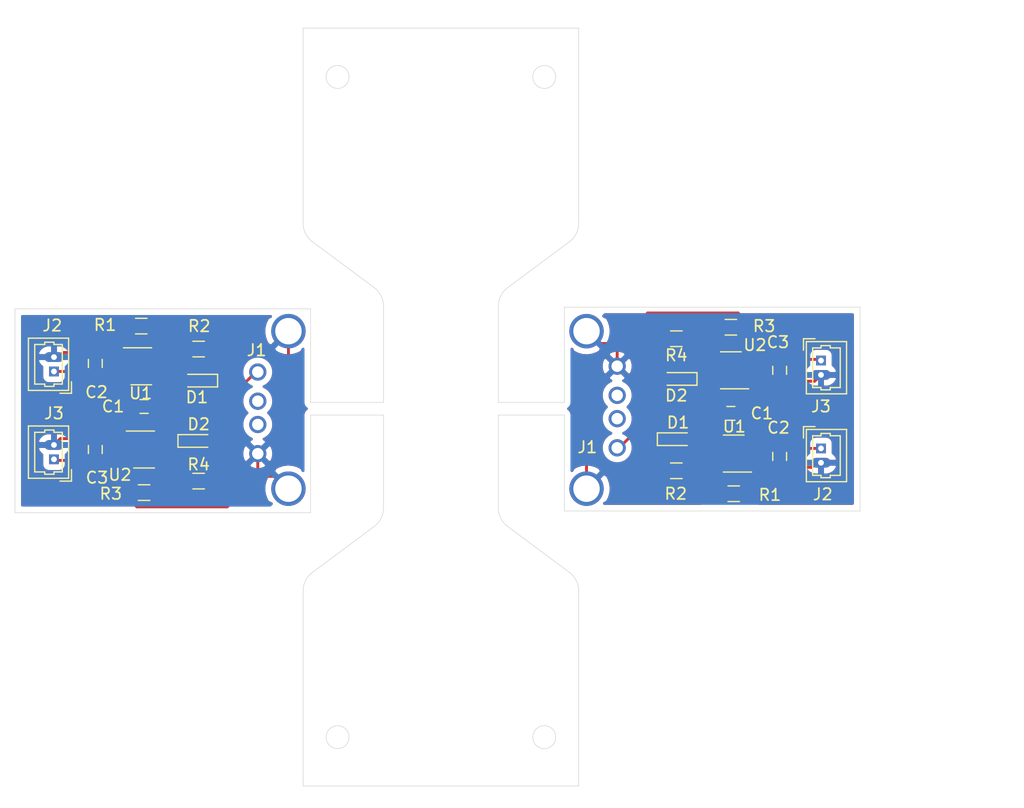
<source format=kicad_pcb>
(kicad_pcb (version 20171130) (host pcbnew 5.1.10)

  (general
    (thickness 1.6)
    (drawings 42)
    (tracks 202)
    (zones 0)
    (modules 28)
    (nets 11)
  )

  (page A4)
  (layers
    (0 F.Cu signal)
    (31 B.Cu signal)
    (32 B.Adhes user)
    (33 F.Adhes user)
    (34 B.Paste user)
    (35 F.Paste user)
    (36 B.SilkS user)
    (37 F.SilkS user)
    (38 B.Mask user)
    (39 F.Mask user)
    (40 Dwgs.User user)
    (41 Cmts.User user)
    (42 Eco1.User user)
    (43 Eco2.User user)
    (44 Edge.Cuts user)
    (45 Margin user)
    (46 B.CrtYd user)
    (47 F.CrtYd user)
    (48 B.Fab user)
    (49 F.Fab user)
  )

  (setup
    (last_trace_width 0.25)
    (trace_clearance 0.2)
    (zone_clearance 0.508)
    (zone_45_only no)
    (trace_min 0.2)
    (via_size 0.8)
    (via_drill 0.4)
    (via_min_size 0.4)
    (via_min_drill 0.3)
    (uvia_size 0.3)
    (uvia_drill 0.1)
    (uvias_allowed no)
    (uvia_min_size 0.2)
    (uvia_min_drill 0.1)
    (edge_width 0.05)
    (segment_width 0.2)
    (pcb_text_width 0.3)
    (pcb_text_size 1.5 1.5)
    (mod_edge_width 0.12)
    (mod_text_size 1 1)
    (mod_text_width 0.15)
    (pad_size 1.524 1.524)
    (pad_drill 0.762)
    (pad_to_mask_clearance 0)
    (aux_axis_origin 0 0)
    (visible_elements FFFFF77F)
    (pcbplotparams
      (layerselection 0x010fc_ffffffff)
      (usegerberextensions false)
      (usegerberattributes true)
      (usegerberadvancedattributes true)
      (creategerberjobfile true)
      (excludeedgelayer true)
      (linewidth 0.100000)
      (plotframeref false)
      (viasonmask false)
      (mode 1)
      (useauxorigin false)
      (hpglpennumber 1)
      (hpglpenspeed 20)
      (hpglpendiameter 15.000000)
      (psnegative false)
      (psa4output false)
      (plotreference true)
      (plotvalue false)
      (plotinvisibletext false)
      (padsonsilk false)
      (subtractmaskfromsilk false)
      (outputformat 1)
      (mirror false)
      (drillshape 0)
      (scaleselection 1)
      (outputdirectory "gerber/raw/"))
  )

  (net 0 "")
  (net 1 "Net-(C1-Pad1)")
  (net 2 "Net-(C2-Pad1)")
  (net 3 "Net-(C3-Pad1)")
  (net 4 "Net-(D1-Pad1)")
  (net 5 "Net-(D2-Pad1)")
  (net 6 "Net-(R1-Pad1)")
  (net 7 "Net-(R2-Pad1)")
  (net 8 "Net-(R3-Pad1)")
  (net 9 "Net-(R4-Pad1)")
  (net 10 GND)

  (net_class Default "This is the default net class."
    (clearance 0.2)
    (trace_width 0.25)
    (via_dia 0.8)
    (via_drill 0.4)
    (uvia_dia 0.3)
    (uvia_drill 0.1)
    (add_net GND)
    (add_net "Net-(C1-Pad1)")
    (add_net "Net-(C2-Pad1)")
    (add_net "Net-(C3-Pad1)")
    (add_net "Net-(D1-Pad1)")
    (add_net "Net-(D2-Pad1)")
    (add_net "Net-(R1-Pad1)")
    (add_net "Net-(R2-Pad1)")
    (add_net "Net-(R3-Pad1)")
    (add_net "Net-(R4-Pad1)")
  )

  (module Connectors_Molex:Molex_PicoBlade_53047-0210_02x1.25mm_Straight (layer F.Cu) (tedit 617D373A) (tstamp 617EA308)
    (at 91.800002 92.849997 90)
    (descr "Molex PicoBlade, single row, top entry type, through hole, PN:53047-0210")
    (tags "connector molex picoblade")
    (path /617ECC82)
    (fp_text reference J3 (at 4 0) (layer F.SilkS)
      (effects (font (size 1 1) (thickness 0.15)))
    )
    (fp_text value BATT2 (at 0.625 -3.25 90) (layer F.Fab)
      (effects (font (size 1 1) (thickness 0.15)))
    )
    (fp_line (start -2 -2.55) (end -2 1.6) (layer F.CrtYd) (width 0.05))
    (fp_line (start -2 1.6) (end 3.25 1.6) (layer F.CrtYd) (width 0.05))
    (fp_line (start 3.25 1.6) (end 3.25 -2.55) (layer F.CrtYd) (width 0.05))
    (fp_line (start 3.25 -2.55) (end -2 -2.55) (layer F.CrtYd) (width 0.05))
    (fp_line (start -1.5 -2.075) (end -1.5 1.125) (layer F.Fab) (width 0.1))
    (fp_line (start -1.5 1.125) (end 2.75 1.125) (layer F.Fab) (width 0.1))
    (fp_line (start 2.75 1.125) (end 2.75 -2.075) (layer F.Fab) (width 0.1))
    (fp_line (start 2.75 -2.075) (end -1.5 -2.075) (layer F.Fab) (width 0.1))
    (fp_line (start -1.65 -2.225) (end -1.65 1.275) (layer F.SilkS) (width 0.12))
    (fp_line (start -1.65 1.275) (end 2.9 1.275) (layer F.SilkS) (width 0.12))
    (fp_line (start 2.9 1.275) (end 2.9 -2.225) (layer F.SilkS) (width 0.12))
    (fp_line (start 2.9 -2.225) (end -1.65 -2.225) (layer F.SilkS) (width 0.12))
    (fp_line (start 0.625 0.725) (end -1.1 0.725) (layer F.SilkS) (width 0.12))
    (fp_line (start -1.1 0.725) (end -1.1 0) (layer F.SilkS) (width 0.12))
    (fp_line (start -1.1 0) (end -1.3 0) (layer F.SilkS) (width 0.12))
    (fp_line (start -1.3 0) (end -1.3 -0.8) (layer F.SilkS) (width 0.12))
    (fp_line (start -1.3 -0.8) (end -1.1 -0.8) (layer F.SilkS) (width 0.12))
    (fp_line (start -1.1 -0.8) (end -1.1 -1.675) (layer F.SilkS) (width 0.12))
    (fp_line (start -1.1 -1.675) (end 0.625 -1.675) (layer F.SilkS) (width 0.12))
    (fp_line (start 0.625 0.725) (end 2.35 0.725) (layer F.SilkS) (width 0.12))
    (fp_line (start 2.35 0.725) (end 2.35 0) (layer F.SilkS) (width 0.12))
    (fp_line (start 2.35 0) (end 2.55 0) (layer F.SilkS) (width 0.12))
    (fp_line (start 2.55 0) (end 2.55 -0.8) (layer F.SilkS) (width 0.12))
    (fp_line (start 2.55 -0.8) (end 2.35 -0.8) (layer F.SilkS) (width 0.12))
    (fp_line (start 2.35 -0.8) (end 2.35 -1.675) (layer F.SilkS) (width 0.12))
    (fp_line (start 2.35 -1.675) (end 0.625 -1.675) (layer F.SilkS) (width 0.12))
    (fp_line (start -1.9 1.525) (end -1.9 0.525) (layer F.SilkS) (width 0.12))
    (fp_line (start -1.9 1.525) (end -0.9 1.525) (layer F.SilkS) (width 0.12))
    (fp_text user %R (at 0.625 -1.25 90) (layer F.Fab)
      (effects (font (size 1 1) (thickness 0.15)))
    )
    (pad 1 thru_hole rect (at 0 0 90) (size 0.85 0.85) (drill 0.5) (layers *.Cu *.Mask)
      (net 3 "Net-(C3-Pad1)"))
    (pad 2 thru_hole oval (at 1.25 0 90) (size 0.85 1.7) (drill 0.5) (layers *.Cu *.Mask)
      (net 10 GND))
    (model ${KISYS3DMOD}/Connectors_Molex.3dshapes/Molex_PicoBlade_53047-0210_02x1.25mm_Straight.wrl
      (at (xyz 0 0 0))
      (scale (xyz 1 1 1))
      (rotate (xyz 0 0 0))
    )
  )

  (module Connectors_Molex:Molex_PicoBlade_53047-0210_02x1.25mm_Straight (layer F.Cu) (tedit 617D3724) (tstamp 617EA32B)
    (at 91.799999 85.199997 90)
    (descr "Molex PicoBlade, single row, top entry type, through hole, PN:53047-0210")
    (tags "connector molex picoblade")
    (path /617DA6AC)
    (fp_text reference J2 (at 4 -0.15) (layer F.SilkS)
      (effects (font (size 1 1) (thickness 0.15)))
    )
    (fp_text value BATT1 (at 0.625 -3.25 90) (layer F.Fab)
      (effects (font (size 1 1) (thickness 0.15)))
    )
    (fp_line (start -2 -2.55) (end -2 1.6) (layer F.CrtYd) (width 0.05))
    (fp_line (start -2 1.6) (end 3.25 1.6) (layer F.CrtYd) (width 0.05))
    (fp_line (start 3.25 1.6) (end 3.25 -2.55) (layer F.CrtYd) (width 0.05))
    (fp_line (start 3.25 -2.55) (end -2 -2.55) (layer F.CrtYd) (width 0.05))
    (fp_line (start -1.5 -2.075) (end -1.5 1.125) (layer F.Fab) (width 0.1))
    (fp_line (start -1.5 1.125) (end 2.75 1.125) (layer F.Fab) (width 0.1))
    (fp_line (start 2.75 1.125) (end 2.75 -2.075) (layer F.Fab) (width 0.1))
    (fp_line (start 2.75 -2.075) (end -1.5 -2.075) (layer F.Fab) (width 0.1))
    (fp_line (start -1.65 -2.225) (end -1.65 1.275) (layer F.SilkS) (width 0.12))
    (fp_line (start -1.65 1.275) (end 2.9 1.275) (layer F.SilkS) (width 0.12))
    (fp_line (start 2.9 1.275) (end 2.9 -2.225) (layer F.SilkS) (width 0.12))
    (fp_line (start 2.9 -2.225) (end -1.65 -2.225) (layer F.SilkS) (width 0.12))
    (fp_line (start 0.625 0.725) (end -1.1 0.725) (layer F.SilkS) (width 0.12))
    (fp_line (start -1.1 0.725) (end -1.1 0) (layer F.SilkS) (width 0.12))
    (fp_line (start -1.1 0) (end -1.3 0) (layer F.SilkS) (width 0.12))
    (fp_line (start -1.3 0) (end -1.3 -0.8) (layer F.SilkS) (width 0.12))
    (fp_line (start -1.3 -0.8) (end -1.1 -0.8) (layer F.SilkS) (width 0.12))
    (fp_line (start -1.1 -0.8) (end -1.1 -1.675) (layer F.SilkS) (width 0.12))
    (fp_line (start -1.1 -1.675) (end 0.625 -1.675) (layer F.SilkS) (width 0.12))
    (fp_line (start 0.625 0.725) (end 2.35 0.725) (layer F.SilkS) (width 0.12))
    (fp_line (start 2.35 0.725) (end 2.35 0) (layer F.SilkS) (width 0.12))
    (fp_line (start 2.35 0) (end 2.55 0) (layer F.SilkS) (width 0.12))
    (fp_line (start 2.55 0) (end 2.55 -0.8) (layer F.SilkS) (width 0.12))
    (fp_line (start 2.55 -0.8) (end 2.35 -0.8) (layer F.SilkS) (width 0.12))
    (fp_line (start 2.35 -0.8) (end 2.35 -1.675) (layer F.SilkS) (width 0.12))
    (fp_line (start 2.35 -1.675) (end 0.625 -1.675) (layer F.SilkS) (width 0.12))
    (fp_line (start -1.9 1.525) (end -1.9 0.525) (layer F.SilkS) (width 0.12))
    (fp_line (start -1.9 1.525) (end -0.9 1.525) (layer F.SilkS) (width 0.12))
    (fp_text user %R (at 0.625 -1.25 90) (layer F.Fab)
      (effects (font (size 1 1) (thickness 0.15)))
    )
    (pad 1 thru_hole rect (at 0 0 90) (size 0.85 0.85) (drill 0.5) (layers *.Cu *.Mask)
      (net 2 "Net-(C2-Pad1)"))
    (pad 2 thru_hole oval (at 1.25 0 90) (size 0.85 1.7) (drill 0.5) (layers *.Cu *.Mask)
      (net 10 GND))
    (model ${KISYS3DMOD}/Connectors_Molex.3dshapes/Molex_PicoBlade_53047-0210_02x1.25mm_Straight.wrl
      (at (xyz 0 0 0))
      (scale (xyz 1 1 1))
      (rotate (xyz 0 0 0))
    )
  )

  (module Connectors_Molex:Molex_PicoBlade_53047-0210_02x1.25mm_Straight (layer F.Cu) (tedit 617D36FC) (tstamp 617BDDDA)
    (at 158.6 84.25 270)
    (descr "Molex PicoBlade, single row, top entry type, through hole, PN:53047-0210")
    (tags "connector molex picoblade")
    (path /617ECC82)
    (fp_text reference J3 (at 4 0 180) (layer F.SilkS)
      (effects (font (size 1 1) (thickness 0.15)))
    )
    (fp_text value BATT2 (at 0.625 -3.25 270) (layer F.Fab)
      (effects (font (size 1 1) (thickness 0.15)))
    )
    (fp_line (start -1.9 1.525) (end -0.9 1.525) (layer F.SilkS) (width 0.12))
    (fp_line (start -1.9 1.525) (end -1.9 0.525) (layer F.SilkS) (width 0.12))
    (fp_line (start 2.35 -1.675) (end 0.625 -1.675) (layer F.SilkS) (width 0.12))
    (fp_line (start 2.35 -0.8) (end 2.35 -1.675) (layer F.SilkS) (width 0.12))
    (fp_line (start 2.55 -0.8) (end 2.35 -0.8) (layer F.SilkS) (width 0.12))
    (fp_line (start 2.55 0) (end 2.55 -0.8) (layer F.SilkS) (width 0.12))
    (fp_line (start 2.35 0) (end 2.55 0) (layer F.SilkS) (width 0.12))
    (fp_line (start 2.35 0.725) (end 2.35 0) (layer F.SilkS) (width 0.12))
    (fp_line (start 0.625 0.725) (end 2.35 0.725) (layer F.SilkS) (width 0.12))
    (fp_line (start -1.1 -1.675) (end 0.625 -1.675) (layer F.SilkS) (width 0.12))
    (fp_line (start -1.1 -0.8) (end -1.1 -1.675) (layer F.SilkS) (width 0.12))
    (fp_line (start -1.3 -0.8) (end -1.1 -0.8) (layer F.SilkS) (width 0.12))
    (fp_line (start -1.3 0) (end -1.3 -0.8) (layer F.SilkS) (width 0.12))
    (fp_line (start -1.1 0) (end -1.3 0) (layer F.SilkS) (width 0.12))
    (fp_line (start -1.1 0.725) (end -1.1 0) (layer F.SilkS) (width 0.12))
    (fp_line (start 0.625 0.725) (end -1.1 0.725) (layer F.SilkS) (width 0.12))
    (fp_line (start 2.9 -2.225) (end -1.65 -2.225) (layer F.SilkS) (width 0.12))
    (fp_line (start 2.9 1.275) (end 2.9 -2.225) (layer F.SilkS) (width 0.12))
    (fp_line (start -1.65 1.275) (end 2.9 1.275) (layer F.SilkS) (width 0.12))
    (fp_line (start -1.65 -2.225) (end -1.65 1.275) (layer F.SilkS) (width 0.12))
    (fp_line (start 2.75 -2.075) (end -1.5 -2.075) (layer F.Fab) (width 0.1))
    (fp_line (start 2.75 1.125) (end 2.75 -2.075) (layer F.Fab) (width 0.1))
    (fp_line (start -1.5 1.125) (end 2.75 1.125) (layer F.Fab) (width 0.1))
    (fp_line (start -1.5 -2.075) (end -1.5 1.125) (layer F.Fab) (width 0.1))
    (fp_line (start 3.25 -2.55) (end -2 -2.55) (layer F.CrtYd) (width 0.05))
    (fp_line (start 3.25 1.6) (end 3.25 -2.55) (layer F.CrtYd) (width 0.05))
    (fp_line (start -2 1.6) (end 3.25 1.6) (layer F.CrtYd) (width 0.05))
    (fp_line (start -2 -2.55) (end -2 1.6) (layer F.CrtYd) (width 0.05))
    (fp_text user %R (at 0.625 -1.25 270) (layer F.Fab)
      (effects (font (size 1 1) (thickness 0.15)))
    )
    (pad 2 thru_hole oval (at 1.25 0 270) (size 0.85 1.7) (drill 0.5) (layers *.Cu *.Mask)
      (net 10 GND))
    (pad 1 thru_hole rect (at 0 0 270) (size 0.85 0.85) (drill 0.5) (layers *.Cu *.Mask)
      (net 3 "Net-(C3-Pad1)"))
    (model ${KISYS3DMOD}/Connectors_Molex.3dshapes/Molex_PicoBlade_53047-0210_02x1.25mm_Straight.wrl
      (at (xyz 0 0 0))
      (scale (xyz 1 1 1))
      (rotate (xyz 0 0 0))
    )
  )

  (module Connectors_Molex:Molex_PicoBlade_53047-0210_02x1.25mm_Straight (layer F.Cu) (tedit 617D36D9) (tstamp 617BC494)
    (at 158.6 91.9 270)
    (descr "Molex PicoBlade, single row, top entry type, through hole, PN:53047-0210")
    (tags "connector molex picoblade")
    (path /617DA6AC)
    (fp_text reference J2 (at 4 -0.15 180) (layer F.SilkS)
      (effects (font (size 1 1) (thickness 0.15)))
    )
    (fp_text value BATT1 (at 0.625 -3.25 270) (layer F.Fab)
      (effects (font (size 1 1) (thickness 0.15)))
    )
    (fp_line (start -1.9 1.525) (end -0.9 1.525) (layer F.SilkS) (width 0.12))
    (fp_line (start -1.9 1.525) (end -1.9 0.525) (layer F.SilkS) (width 0.12))
    (fp_line (start 2.35 -1.675) (end 0.625 -1.675) (layer F.SilkS) (width 0.12))
    (fp_line (start 2.35 -0.8) (end 2.35 -1.675) (layer F.SilkS) (width 0.12))
    (fp_line (start 2.55 -0.8) (end 2.35 -0.8) (layer F.SilkS) (width 0.12))
    (fp_line (start 2.55 0) (end 2.55 -0.8) (layer F.SilkS) (width 0.12))
    (fp_line (start 2.35 0) (end 2.55 0) (layer F.SilkS) (width 0.12))
    (fp_line (start 2.35 0.725) (end 2.35 0) (layer F.SilkS) (width 0.12))
    (fp_line (start 0.625 0.725) (end 2.35 0.725) (layer F.SilkS) (width 0.12))
    (fp_line (start -1.1 -1.675) (end 0.625 -1.675) (layer F.SilkS) (width 0.12))
    (fp_line (start -1.1 -0.8) (end -1.1 -1.675) (layer F.SilkS) (width 0.12))
    (fp_line (start -1.3 -0.8) (end -1.1 -0.8) (layer F.SilkS) (width 0.12))
    (fp_line (start -1.3 0) (end -1.3 -0.8) (layer F.SilkS) (width 0.12))
    (fp_line (start -1.1 0) (end -1.3 0) (layer F.SilkS) (width 0.12))
    (fp_line (start -1.1 0.725) (end -1.1 0) (layer F.SilkS) (width 0.12))
    (fp_line (start 0.625 0.725) (end -1.1 0.725) (layer F.SilkS) (width 0.12))
    (fp_line (start 2.9 -2.225) (end -1.65 -2.225) (layer F.SilkS) (width 0.12))
    (fp_line (start 2.9 1.275) (end 2.9 -2.225) (layer F.SilkS) (width 0.12))
    (fp_line (start -1.65 1.275) (end 2.9 1.275) (layer F.SilkS) (width 0.12))
    (fp_line (start -1.65 -2.225) (end -1.65 1.275) (layer F.SilkS) (width 0.12))
    (fp_line (start 2.75 -2.075) (end -1.5 -2.075) (layer F.Fab) (width 0.1))
    (fp_line (start 2.75 1.125) (end 2.75 -2.075) (layer F.Fab) (width 0.1))
    (fp_line (start -1.5 1.125) (end 2.75 1.125) (layer F.Fab) (width 0.1))
    (fp_line (start -1.5 -2.075) (end -1.5 1.125) (layer F.Fab) (width 0.1))
    (fp_line (start 3.25 -2.55) (end -2 -2.55) (layer F.CrtYd) (width 0.05))
    (fp_line (start 3.25 1.6) (end 3.25 -2.55) (layer F.CrtYd) (width 0.05))
    (fp_line (start -2 1.6) (end 3.25 1.6) (layer F.CrtYd) (width 0.05))
    (fp_line (start -2 -2.55) (end -2 1.6) (layer F.CrtYd) (width 0.05))
    (fp_text user %R (at 0.625 -1.25 270) (layer F.Fab)
      (effects (font (size 1 1) (thickness 0.15)))
    )
    (pad 2 thru_hole oval (at 1.25 0 270) (size 0.85 1.7) (drill 0.5) (layers *.Cu *.Mask)
      (net 10 GND))
    (pad 1 thru_hole rect (at 0 0 270) (size 0.85 0.85) (drill 0.5) (layers *.Cu *.Mask)
      (net 2 "Net-(C2-Pad1)"))
    (model ${KISYS3DMOD}/Connectors_Molex.3dshapes/Molex_PicoBlade_53047-0210_02x1.25mm_Straight.wrl
      (at (xyz 0 0 0))
      (scale (xyz 1 1 1))
      (rotate (xyz 0 0 0))
    )
  )

  (module Connect:USB_A (layer B.Cu) (tedit 617D2C01) (tstamp 617EA40D)
    (at 109.550002 85.250005 270)
    (descr "USB A connector")
    (tags "USB USB_A")
    (path /617BEBB5)
    (fp_text reference J1 (at -1.900005 0.100002) (layer F.SilkS)
      (effects (font (size 1 1) (thickness 0.15)))
    )
    (fp_text value USB_A (at 3.84 -7.44 270) (layer B.Fab)
      (effects (font (size 1 1) (thickness 0.15)) (justify mirror))
    )
    (fp_line (start -5.3 -13.2) (end -5.3 1.4) (layer B.CrtYd) (width 0.05))
    (fp_line (start 11.95 1.4) (end 11.95 -13.2) (layer B.CrtYd) (width 0.05))
    (fp_line (start -5.3 -13.2) (end 11.95 -13.2) (layer B.CrtYd) (width 0.05))
    (fp_line (start -5.3 1.4) (end 11.95 1.4) (layer B.CrtYd) (width 0.05))
    (pad 4 thru_hole circle (at 7.11 0) (size 1.5 1.5) (drill 1) (layers *.Cu *.Mask)
      (net 10 GND))
    (pad 3 thru_hole circle (at 4.57 0) (size 1.5 1.5) (drill 1) (layers *.Cu *.Mask))
    (pad 2 thru_hole circle (at 2.54 0) (size 1.5 1.5) (drill 1) (layers *.Cu *.Mask))
    (pad 1 thru_hole circle (at 0 0) (size 1.5 1.5) (drill 1) (layers *.Cu *.Mask)
      (net 1 "Net-(C1-Pad1)"))
    (pad 5 thru_hole circle (at 10.16 -2.67) (size 3 3) (drill 2.3) (layers *.Cu *.Mask)
      (net 10 GND))
    (pad 5 thru_hole circle (at -3.56 -2.67) (size 3 3) (drill 2.3) (layers *.Cu *.Mask)
      (net 10 GND))
    (model ${KISYS3DMOD}/Connectors.3dshapes/USB_A.wrl
      (offset (xyz 3.555999946594238 0 0))
      (scale (xyz 1 1 1))
      (rotate (xyz 0 0 90))
    )
  )

  (module TO_SOT_Packages_SMD:SOT-23-5_HandSoldering (layer F.Cu) (tedit 58CE4E7E) (tstamp 617EA3CA)
    (at 99.649999 91.999998)
    (descr "5-pin SOT23 package")
    (tags "SOT-23-5 hand-soldering")
    (path /617ECC64)
    (attr smd)
    (fp_text reference U2 (at -2.1 2.2) (layer F.SilkS)
      (effects (font (size 1 1) (thickness 0.15)))
    )
    (fp_text value MCP73831-2-OT (at 0 2.9) (layer F.Fab)
      (effects (font (size 1 1) (thickness 0.15)))
    )
    (fp_line (start 2.38 1.8) (end -2.38 1.8) (layer F.CrtYd) (width 0.05))
    (fp_line (start 2.38 1.8) (end 2.38 -1.8) (layer F.CrtYd) (width 0.05))
    (fp_line (start -2.38 -1.8) (end -2.38 1.8) (layer F.CrtYd) (width 0.05))
    (fp_line (start -2.38 -1.8) (end 2.38 -1.8) (layer F.CrtYd) (width 0.05))
    (fp_line (start 0.9 -1.55) (end 0.9 1.55) (layer F.Fab) (width 0.1))
    (fp_line (start 0.9 1.55) (end -0.9 1.55) (layer F.Fab) (width 0.1))
    (fp_line (start -0.9 -0.9) (end -0.9 1.55) (layer F.Fab) (width 0.1))
    (fp_line (start 0.9 -1.55) (end -0.25 -1.55) (layer F.Fab) (width 0.1))
    (fp_line (start -0.9 -0.9) (end -0.25 -1.55) (layer F.Fab) (width 0.1))
    (fp_line (start 0.9 -1.61) (end -1.55 -1.61) (layer F.SilkS) (width 0.12))
    (fp_line (start -0.9 1.61) (end 0.9 1.61) (layer F.SilkS) (width 0.12))
    (fp_text user %R (at 0 0 90) (layer F.Fab)
      (effects (font (size 0.5 0.5) (thickness 0.075)))
    )
    (pad 5 smd rect (at 1.35 -0.95) (size 1.56 0.65) (layers F.Cu F.Paste F.Mask)
      (net 8 "Net-(R3-Pad1)"))
    (pad 4 smd rect (at 1.35 0.95) (size 1.56 0.65) (layers F.Cu F.Paste F.Mask)
      (net 1 "Net-(C1-Pad1)"))
    (pad 3 smd rect (at -1.35 0.95) (size 1.56 0.65) (layers F.Cu F.Paste F.Mask)
      (net 3 "Net-(C3-Pad1)"))
    (pad 2 smd rect (at -1.35 0) (size 1.56 0.65) (layers F.Cu F.Paste F.Mask)
      (net 10 GND))
    (pad 1 smd rect (at -1.35 -0.95) (size 1.56 0.65) (layers F.Cu F.Paste F.Mask)
      (net 9 "Net-(R4-Pad1)"))
    (model ${KISYS3DMOD}/TO_SOT_Packages_SMD.3dshapes\SOT-23-5.wrl
      (at (xyz 0 0 0))
      (scale (xyz 1 1 1))
      (rotate (xyz 0 0 0))
    )
  )

  (module Resistors_SMD:R_0603_HandSoldering (layer F.Cu) (tedit 58E0A804) (tstamp 617EA3B9)
    (at 104.400002 94.75)
    (descr "Resistor SMD 0603, hand soldering")
    (tags "resistor 0603")
    (path /617ECC7B)
    (attr smd)
    (fp_text reference R4 (at 0 -1.45) (layer F.SilkS)
      (effects (font (size 1 1) (thickness 0.15)))
    )
    (fp_text value 1k (at 0 1.55) (layer F.Fab)
      (effects (font (size 1 1) (thickness 0.15)))
    )
    (fp_line (start 1.95 0.7) (end -1.96 0.7) (layer F.CrtYd) (width 0.05))
    (fp_line (start 1.95 0.7) (end 1.95 -0.7) (layer F.CrtYd) (width 0.05))
    (fp_line (start -1.96 -0.7) (end -1.96 0.7) (layer F.CrtYd) (width 0.05))
    (fp_line (start -1.96 -0.7) (end 1.95 -0.7) (layer F.CrtYd) (width 0.05))
    (fp_line (start -0.5 -0.68) (end 0.5 -0.68) (layer F.SilkS) (width 0.12))
    (fp_line (start 0.5 0.68) (end -0.5 0.68) (layer F.SilkS) (width 0.12))
    (fp_line (start -0.8 -0.4) (end 0.8 -0.4) (layer F.Fab) (width 0.1))
    (fp_line (start 0.8 -0.4) (end 0.8 0.4) (layer F.Fab) (width 0.1))
    (fp_line (start 0.8 0.4) (end -0.8 0.4) (layer F.Fab) (width 0.1))
    (fp_line (start -0.8 0.4) (end -0.8 -0.4) (layer F.Fab) (width 0.1))
    (fp_text user %R (at 0 0) (layer F.Fab)
      (effects (font (size 0.4 0.4) (thickness 0.075)))
    )
    (pad 2 smd rect (at 1.1 0) (size 1.2 0.9) (layers F.Cu F.Paste F.Mask)
      (net 5 "Net-(D2-Pad1)"))
    (pad 1 smd rect (at -1.1 0) (size 1.2 0.9) (layers F.Cu F.Paste F.Mask)
      (net 9 "Net-(R4-Pad1)"))
    (model ${KISYS3DMOD}/Resistors_SMD.3dshapes/R_0603.wrl
      (at (xyz 0 0 0))
      (scale (xyz 1 1 1))
      (rotate (xyz 0 0 0))
    )
  )

  (module Resistors_SMD:R_0603_HandSoldering (layer F.Cu) (tedit 58E0A804) (tstamp 617EA3A8)
    (at 104.399996 83.249999)
    (descr "Resistor SMD 0603, hand soldering")
    (tags "resistor 0603")
    (path /617D8E49)
    (attr smd)
    (fp_text reference R2 (at 0.05 -2) (layer F.SilkS)
      (effects (font (size 1 1) (thickness 0.15)))
    )
    (fp_text value 1k (at 0 1.55) (layer F.Fab)
      (effects (font (size 1 1) (thickness 0.15)))
    )
    (fp_line (start 1.95 0.7) (end -1.96 0.7) (layer F.CrtYd) (width 0.05))
    (fp_line (start 1.95 0.7) (end 1.95 -0.7) (layer F.CrtYd) (width 0.05))
    (fp_line (start -1.96 -0.7) (end -1.96 0.7) (layer F.CrtYd) (width 0.05))
    (fp_line (start -1.96 -0.7) (end 1.95 -0.7) (layer F.CrtYd) (width 0.05))
    (fp_line (start -0.5 -0.68) (end 0.5 -0.68) (layer F.SilkS) (width 0.12))
    (fp_line (start 0.5 0.68) (end -0.5 0.68) (layer F.SilkS) (width 0.12))
    (fp_line (start -0.8 -0.4) (end 0.8 -0.4) (layer F.Fab) (width 0.1))
    (fp_line (start 0.8 -0.4) (end 0.8 0.4) (layer F.Fab) (width 0.1))
    (fp_line (start 0.8 0.4) (end -0.8 0.4) (layer F.Fab) (width 0.1))
    (fp_line (start -0.8 0.4) (end -0.8 -0.4) (layer F.Fab) (width 0.1))
    (fp_text user %R (at 0 0) (layer F.Fab)
      (effects (font (size 0.4 0.4) (thickness 0.075)))
    )
    (pad 2 smd rect (at 1.1 0) (size 1.2 0.9) (layers F.Cu F.Paste F.Mask)
      (net 4 "Net-(D1-Pad1)"))
    (pad 1 smd rect (at -1.1 0) (size 1.2 0.9) (layers F.Cu F.Paste F.Mask)
      (net 7 "Net-(R2-Pad1)"))
    (model ${KISYS3DMOD}/Resistors_SMD.3dshapes/R_0603.wrl
      (at (xyz 0 0 0))
      (scale (xyz 1 1 1))
      (rotate (xyz 0 0 0))
    )
  )

  (module Resistors_SMD:R_0603_HandSoldering (layer F.Cu) (tedit 58E0A804) (tstamp 617EA398)
    (at 99.65 95.750001 180)
    (descr "Resistor SMD 0603, hand soldering")
    (tags "resistor 0603")
    (path /617ECC6A)
    (attr smd)
    (fp_text reference R3 (at 2.9 -0.1) (layer F.SilkS)
      (effects (font (size 1 1) (thickness 0.15)))
    )
    (fp_text value 4.7k (at 0 1.55) (layer F.Fab)
      (effects (font (size 1 1) (thickness 0.15)))
    )
    (fp_line (start -0.8 0.4) (end -0.8 -0.4) (layer F.Fab) (width 0.1))
    (fp_line (start 0.8 0.4) (end -0.8 0.4) (layer F.Fab) (width 0.1))
    (fp_line (start 0.8 -0.4) (end 0.8 0.4) (layer F.Fab) (width 0.1))
    (fp_line (start -0.8 -0.4) (end 0.8 -0.4) (layer F.Fab) (width 0.1))
    (fp_line (start 0.5 0.68) (end -0.5 0.68) (layer F.SilkS) (width 0.12))
    (fp_line (start -0.5 -0.68) (end 0.5 -0.68) (layer F.SilkS) (width 0.12))
    (fp_line (start -1.96 -0.7) (end 1.95 -0.7) (layer F.CrtYd) (width 0.05))
    (fp_line (start -1.96 -0.7) (end -1.96 0.7) (layer F.CrtYd) (width 0.05))
    (fp_line (start 1.95 0.7) (end 1.95 -0.7) (layer F.CrtYd) (width 0.05))
    (fp_line (start 1.95 0.7) (end -1.96 0.7) (layer F.CrtYd) (width 0.05))
    (fp_text user %R (at 0 0) (layer F.Fab)
      (effects (font (size 0.4 0.4) (thickness 0.075)))
    )
    (pad 1 smd rect (at -1.1 0 180) (size 1.2 0.9) (layers F.Cu F.Paste F.Mask)
      (net 8 "Net-(R3-Pad1)"))
    (pad 2 smd rect (at 1.1 0 180) (size 1.2 0.9) (layers F.Cu F.Paste F.Mask)
      (net 10 GND))
    (model ${KISYS3DMOD}/Resistors_SMD.3dshapes/R_0603.wrl
      (at (xyz 0 0 0))
      (scale (xyz 1 1 1))
      (rotate (xyz 0 0 0))
    )
  )

  (module LEDs:LED_0603_HandSoldering (layer F.Cu) (tedit 595FC9C0) (tstamp 617EA384)
    (at 104.400001 91.249998)
    (descr "LED SMD 0603, hand soldering")
    (tags "LED 0603")
    (path /617ECC71)
    (attr smd)
    (fp_text reference D2 (at 0 -1.45) (layer F.SilkS)
      (effects (font (size 1 1) (thickness 0.15)))
    )
    (fp_text value LED (at 0 1.55) (layer F.Fab)
      (effects (font (size 1 1) (thickness 0.15)))
    )
    (fp_line (start -0.8 -0.4) (end -0.8 0.4) (layer F.Fab) (width 0.1))
    (fp_line (start 1.95 0.7) (end -1.96 0.7) (layer F.CrtYd) (width 0.05))
    (fp_line (start 1.95 0.7) (end 1.95 -0.7) (layer F.CrtYd) (width 0.05))
    (fp_line (start -1.96 -0.7) (end -1.96 0.7) (layer F.CrtYd) (width 0.05))
    (fp_line (start -1.96 -0.7) (end 1.95 -0.7) (layer F.CrtYd) (width 0.05))
    (fp_line (start -1.8 -0.55) (end 0.8 -0.55) (layer F.SilkS) (width 0.12))
    (fp_line (start -1.8 0.55) (end 0.8 0.55) (layer F.SilkS) (width 0.12))
    (fp_line (start -0.8 -0.4) (end 0.8 -0.4) (layer F.Fab) (width 0.1))
    (fp_line (start 0.8 -0.4) (end 0.8 0.4) (layer F.Fab) (width 0.1))
    (fp_line (start 0.8 0.4) (end -0.8 0.4) (layer F.Fab) (width 0.1))
    (fp_line (start 0.15 -0.2) (end 0.15 0.2) (layer F.Fab) (width 0.1))
    (fp_line (start 0.15 0.2) (end -0.15 0) (layer F.Fab) (width 0.1))
    (fp_line (start -0.15 0) (end 0.15 -0.2) (layer F.Fab) (width 0.1))
    (fp_line (start -0.2 -0.2) (end -0.2 0.2) (layer F.Fab) (width 0.1))
    (fp_line (start -1.8 -0.55) (end -1.8 0.55) (layer F.SilkS) (width 0.12))
    (pad 2 smd rect (at 1.1 0) (size 1.2 0.9) (layers F.Cu F.Paste F.Mask)
      (net 1 "Net-(C1-Pad1)"))
    (pad 1 smd rect (at -1.1 0) (size 1.2 0.9) (layers F.Cu F.Paste F.Mask)
      (net 5 "Net-(D2-Pad1)"))
    (model ${KISYS3DMOD}/LEDs.3dshapes/LED_0603.wrl
      (at (xyz 0 0 0))
      (scale (xyz 1 1 1))
      (rotate (xyz 0 0 180))
    )
  )

  (module TO_SOT_Packages_SMD:SOT-23-5_HandSoldering (layer F.Cu) (tedit 58CE4E7E) (tstamp 617EA36A)
    (at 99.4 84.75)
    (descr "5-pin SOT23 package")
    (tags "SOT-23-5 hand-soldering")
    (path /617BDE39)
    (attr smd)
    (fp_text reference U1 (at -0.05 2.35) (layer F.SilkS)
      (effects (font (size 1 1) (thickness 0.15)))
    )
    (fp_text value MCP73831-2-OT (at 0 2.9) (layer F.Fab)
      (effects (font (size 1 1) (thickness 0.15)))
    )
    (fp_line (start -0.9 1.61) (end 0.9 1.61) (layer F.SilkS) (width 0.12))
    (fp_line (start 0.9 -1.61) (end -1.55 -1.61) (layer F.SilkS) (width 0.12))
    (fp_line (start -0.9 -0.9) (end -0.25 -1.55) (layer F.Fab) (width 0.1))
    (fp_line (start 0.9 -1.55) (end -0.25 -1.55) (layer F.Fab) (width 0.1))
    (fp_line (start -0.9 -0.9) (end -0.9 1.55) (layer F.Fab) (width 0.1))
    (fp_line (start 0.9 1.55) (end -0.9 1.55) (layer F.Fab) (width 0.1))
    (fp_line (start 0.9 -1.55) (end 0.9 1.55) (layer F.Fab) (width 0.1))
    (fp_line (start -2.38 -1.8) (end 2.38 -1.8) (layer F.CrtYd) (width 0.05))
    (fp_line (start -2.38 -1.8) (end -2.38 1.8) (layer F.CrtYd) (width 0.05))
    (fp_line (start 2.38 1.8) (end 2.38 -1.8) (layer F.CrtYd) (width 0.05))
    (fp_line (start 2.38 1.8) (end -2.38 1.8) (layer F.CrtYd) (width 0.05))
    (fp_text user %R (at 0 0 90) (layer F.Fab)
      (effects (font (size 0.5 0.5) (thickness 0.075)))
    )
    (pad 1 smd rect (at -1.35 -0.95) (size 1.56 0.65) (layers F.Cu F.Paste F.Mask)
      (net 7 "Net-(R2-Pad1)"))
    (pad 2 smd rect (at -1.35 0) (size 1.56 0.65) (layers F.Cu F.Paste F.Mask)
      (net 10 GND))
    (pad 3 smd rect (at -1.35 0.95) (size 1.56 0.65) (layers F.Cu F.Paste F.Mask)
      (net 2 "Net-(C2-Pad1)"))
    (pad 4 smd rect (at 1.35 0.95) (size 1.56 0.65) (layers F.Cu F.Paste F.Mask)
      (net 1 "Net-(C1-Pad1)"))
    (pad 5 smd rect (at 1.35 -0.95) (size 1.56 0.65) (layers F.Cu F.Paste F.Mask)
      (net 6 "Net-(R1-Pad1)"))
    (model ${KISYS3DMOD}/TO_SOT_Packages_SMD.3dshapes\SOT-23-5.wrl
      (at (xyz 0 0 0))
      (scale (xyz 1 1 1))
      (rotate (xyz 0 0 0))
    )
  )

  (module Resistors_SMD:R_0603_HandSoldering (layer F.Cu) (tedit 58E0A804) (tstamp 617EA34D)
    (at 99.399999 81.250002 180)
    (descr "Resistor SMD 0603, hand soldering")
    (tags "resistor 0603")
    (path /617C99EA)
    (attr smd)
    (fp_text reference R1 (at 3.15 0.1) (layer F.SilkS)
      (effects (font (size 1 1) (thickness 0.15)))
    )
    (fp_text value 4.7k (at 0 1.55) (layer F.Fab)
      (effects (font (size 1 1) (thickness 0.15)))
    )
    (fp_line (start -0.8 0.4) (end -0.8 -0.4) (layer F.Fab) (width 0.1))
    (fp_line (start 0.8 0.4) (end -0.8 0.4) (layer F.Fab) (width 0.1))
    (fp_line (start 0.8 -0.4) (end 0.8 0.4) (layer F.Fab) (width 0.1))
    (fp_line (start -0.8 -0.4) (end 0.8 -0.4) (layer F.Fab) (width 0.1))
    (fp_line (start 0.5 0.68) (end -0.5 0.68) (layer F.SilkS) (width 0.12))
    (fp_line (start -0.5 -0.68) (end 0.5 -0.68) (layer F.SilkS) (width 0.12))
    (fp_line (start -1.96 -0.7) (end 1.95 -0.7) (layer F.CrtYd) (width 0.05))
    (fp_line (start -1.96 -0.7) (end -1.96 0.7) (layer F.CrtYd) (width 0.05))
    (fp_line (start 1.95 0.7) (end 1.95 -0.7) (layer F.CrtYd) (width 0.05))
    (fp_line (start 1.95 0.7) (end -1.96 0.7) (layer F.CrtYd) (width 0.05))
    (fp_text user %R (at 0 0) (layer F.Fab)
      (effects (font (size 0.4 0.4) (thickness 0.075)))
    )
    (pad 1 smd rect (at -1.1 0 180) (size 1.2 0.9) (layers F.Cu F.Paste F.Mask)
      (net 6 "Net-(R1-Pad1)"))
    (pad 2 smd rect (at 1.1 0 180) (size 1.2 0.9) (layers F.Cu F.Paste F.Mask)
      (net 10 GND))
    (model ${KISYS3DMOD}/Resistors_SMD.3dshapes/R_0603.wrl
      (at (xyz 0 0 0))
      (scale (xyz 1 1 1))
      (rotate (xyz 0 0 0))
    )
  )

  (module Capacitors_SMD:C_0603_HandSoldering (layer F.Cu) (tedit 58AA848B) (tstamp 617EA2F7)
    (at 99.649999 88.249999 180)
    (descr "Capacitor SMD 0603, hand soldering")
    (tags "capacitor 0603")
    (path /617C27E3)
    (attr smd)
    (fp_text reference C1 (at 2.7 0) (layer F.SilkS)
      (effects (font (size 1 1) (thickness 0.15)))
    )
    (fp_text value 4.7u (at 0 1.5) (layer F.Fab)
      (effects (font (size 1 1) (thickness 0.15)))
    )
    (fp_line (start -0.8 0.4) (end -0.8 -0.4) (layer F.Fab) (width 0.1))
    (fp_line (start 0.8 0.4) (end -0.8 0.4) (layer F.Fab) (width 0.1))
    (fp_line (start 0.8 -0.4) (end 0.8 0.4) (layer F.Fab) (width 0.1))
    (fp_line (start -0.8 -0.4) (end 0.8 -0.4) (layer F.Fab) (width 0.1))
    (fp_line (start -0.35 -0.6) (end 0.35 -0.6) (layer F.SilkS) (width 0.12))
    (fp_line (start 0.35 0.6) (end -0.35 0.6) (layer F.SilkS) (width 0.12))
    (fp_line (start -1.8 -0.65) (end 1.8 -0.65) (layer F.CrtYd) (width 0.05))
    (fp_line (start -1.8 -0.65) (end -1.8 0.65) (layer F.CrtYd) (width 0.05))
    (fp_line (start 1.8 0.65) (end 1.8 -0.65) (layer F.CrtYd) (width 0.05))
    (fp_line (start 1.8 0.65) (end -1.8 0.65) (layer F.CrtYd) (width 0.05))
    (fp_text user %R (at 0 -1.25) (layer F.Fab)
      (effects (font (size 1 1) (thickness 0.15)))
    )
    (pad 1 smd rect (at -0.95 0 180) (size 1.2 0.75) (layers F.Cu F.Paste F.Mask)
      (net 1 "Net-(C1-Pad1)"))
    (pad 2 smd rect (at 0.95 0 180) (size 1.2 0.75) (layers F.Cu F.Paste F.Mask)
      (net 10 GND))
    (model Capacitors_SMD.3dshapes/C_0603.wrl
      (at (xyz 0 0 0))
      (scale (xyz 1 1 1))
      (rotate (xyz 0 0 0))
    )
  )

  (module Capacitors_SMD:C_0603_HandSoldering (layer F.Cu) (tedit 58AA848B) (tstamp 617EA2E7)
    (at 95.399999 84.500005 90)
    (descr "Capacitor SMD 0603, hand soldering")
    (tags "capacitor 0603")
    (path /617E2647)
    (attr smd)
    (fp_text reference C2 (at -2.5 0.1 180) (layer F.SilkS)
      (effects (font (size 1 1) (thickness 0.15)))
    )
    (fp_text value 4.7u (at 0 1.5 90) (layer F.Fab)
      (effects (font (size 1 1) (thickness 0.15)))
    )
    (fp_line (start 1.8 0.65) (end -1.8 0.65) (layer F.CrtYd) (width 0.05))
    (fp_line (start 1.8 0.65) (end 1.8 -0.65) (layer F.CrtYd) (width 0.05))
    (fp_line (start -1.8 -0.65) (end -1.8 0.65) (layer F.CrtYd) (width 0.05))
    (fp_line (start -1.8 -0.65) (end 1.8 -0.65) (layer F.CrtYd) (width 0.05))
    (fp_line (start 0.35 0.6) (end -0.35 0.6) (layer F.SilkS) (width 0.12))
    (fp_line (start -0.35 -0.6) (end 0.35 -0.6) (layer F.SilkS) (width 0.12))
    (fp_line (start -0.8 -0.4) (end 0.8 -0.4) (layer F.Fab) (width 0.1))
    (fp_line (start 0.8 -0.4) (end 0.8 0.4) (layer F.Fab) (width 0.1))
    (fp_line (start 0.8 0.4) (end -0.8 0.4) (layer F.Fab) (width 0.1))
    (fp_line (start -0.8 0.4) (end -0.8 -0.4) (layer F.Fab) (width 0.1))
    (fp_text user %R (at 0 -1.25 90) (layer F.Fab)
      (effects (font (size 1 1) (thickness 0.15)))
    )
    (pad 2 smd rect (at 0.95 0 90) (size 1.2 0.75) (layers F.Cu F.Paste F.Mask)
      (net 10 GND))
    (pad 1 smd rect (at -0.95 0 90) (size 1.2 0.75) (layers F.Cu F.Paste F.Mask)
      (net 2 "Net-(C2-Pad1)"))
    (model Capacitors_SMD.3dshapes/C_0603.wrl
      (at (xyz 0 0 0))
      (scale (xyz 1 1 1))
      (rotate (xyz 0 0 0))
    )
  )

  (module Capacitors_SMD:C_0603_HandSoldering (layer F.Cu) (tedit 58AA848B) (tstamp 617EA2D7)
    (at 95.400002 92.000004 90)
    (descr "Capacitor SMD 0603, hand soldering")
    (tags "capacitor 0603")
    (path /617ECC8A)
    (attr smd)
    (fp_text reference C3 (at -2.45 0.15 180) (layer F.SilkS)
      (effects (font (size 1 1) (thickness 0.15)))
    )
    (fp_text value 4.7u (at 0 1.5 90) (layer F.Fab)
      (effects (font (size 1 1) (thickness 0.15)))
    )
    (fp_line (start -0.8 0.4) (end -0.8 -0.4) (layer F.Fab) (width 0.1))
    (fp_line (start 0.8 0.4) (end -0.8 0.4) (layer F.Fab) (width 0.1))
    (fp_line (start 0.8 -0.4) (end 0.8 0.4) (layer F.Fab) (width 0.1))
    (fp_line (start -0.8 -0.4) (end 0.8 -0.4) (layer F.Fab) (width 0.1))
    (fp_line (start -0.35 -0.6) (end 0.35 -0.6) (layer F.SilkS) (width 0.12))
    (fp_line (start 0.35 0.6) (end -0.35 0.6) (layer F.SilkS) (width 0.12))
    (fp_line (start -1.8 -0.65) (end 1.8 -0.65) (layer F.CrtYd) (width 0.05))
    (fp_line (start -1.8 -0.65) (end -1.8 0.65) (layer F.CrtYd) (width 0.05))
    (fp_line (start 1.8 0.65) (end 1.8 -0.65) (layer F.CrtYd) (width 0.05))
    (fp_line (start 1.8 0.65) (end -1.8 0.65) (layer F.CrtYd) (width 0.05))
    (fp_text user %R (at 0 -1.25 90) (layer F.Fab)
      (effects (font (size 1 1) (thickness 0.15)))
    )
    (pad 1 smd rect (at -0.95 0 90) (size 1.2 0.75) (layers F.Cu F.Paste F.Mask)
      (net 3 "Net-(C3-Pad1)"))
    (pad 2 smd rect (at 0.95 0 90) (size 1.2 0.75) (layers F.Cu F.Paste F.Mask)
      (net 10 GND))
    (model Capacitors_SMD.3dshapes/C_0603.wrl
      (at (xyz 0 0 0))
      (scale (xyz 1 1 1))
      (rotate (xyz 0 0 0))
    )
  )

  (module LEDs:LED_0603_HandSoldering (layer F.Cu) (tedit 595FC9C0) (tstamp 617EA2C3)
    (at 104.25 86 180)
    (descr "LED SMD 0603, hand soldering")
    (tags "LED 0603")
    (path /617CC7B7)
    (attr smd)
    (fp_text reference D1 (at 0 -1.45) (layer F.SilkS)
      (effects (font (size 1 1) (thickness 0.15)))
    )
    (fp_text value LED (at 0 1.55) (layer F.Fab)
      (effects (font (size 1 1) (thickness 0.15)))
    )
    (fp_line (start -1.8 -0.55) (end -1.8 0.55) (layer F.SilkS) (width 0.12))
    (fp_line (start -0.2 -0.2) (end -0.2 0.2) (layer F.Fab) (width 0.1))
    (fp_line (start -0.15 0) (end 0.15 -0.2) (layer F.Fab) (width 0.1))
    (fp_line (start 0.15 0.2) (end -0.15 0) (layer F.Fab) (width 0.1))
    (fp_line (start 0.15 -0.2) (end 0.15 0.2) (layer F.Fab) (width 0.1))
    (fp_line (start 0.8 0.4) (end -0.8 0.4) (layer F.Fab) (width 0.1))
    (fp_line (start 0.8 -0.4) (end 0.8 0.4) (layer F.Fab) (width 0.1))
    (fp_line (start -0.8 -0.4) (end 0.8 -0.4) (layer F.Fab) (width 0.1))
    (fp_line (start -1.8 0.55) (end 0.8 0.55) (layer F.SilkS) (width 0.12))
    (fp_line (start -1.8 -0.55) (end 0.8 -0.55) (layer F.SilkS) (width 0.12))
    (fp_line (start -1.96 -0.7) (end 1.95 -0.7) (layer F.CrtYd) (width 0.05))
    (fp_line (start -1.96 -0.7) (end -1.96 0.7) (layer F.CrtYd) (width 0.05))
    (fp_line (start 1.95 0.7) (end 1.95 -0.7) (layer F.CrtYd) (width 0.05))
    (fp_line (start 1.95 0.7) (end -1.96 0.7) (layer F.CrtYd) (width 0.05))
    (fp_line (start -0.8 -0.4) (end -0.8 0.4) (layer F.Fab) (width 0.1))
    (pad 1 smd rect (at -1.1 0 180) (size 1.2 0.9) (layers F.Cu F.Paste F.Mask)
      (net 4 "Net-(D1-Pad1)"))
    (pad 2 smd rect (at 1.1 0 180) (size 1.2 0.9) (layers F.Cu F.Paste F.Mask)
      (net 1 "Net-(C1-Pad1)"))
    (model ${KISYS3DMOD}/LEDs.3dshapes/LED_0603.wrl
      (at (xyz 0 0 0))
      (scale (xyz 1 1 1))
      (rotate (xyz 0 0 180))
    )
  )

  (module Connect:USB_A (layer B.Cu) (tedit 617D2C01) (tstamp 617DAEB3)
    (at 140.85 91.85 90)
    (descr "USB A connector")
    (tags "USB USB_A")
    (path /617BEBB5)
    (fp_text reference J1 (at 0.05 -2.6) (layer F.SilkS)
      (effects (font (size 1 1) (thickness 0.15)))
    )
    (fp_text value USB_A (at 3.84 -7.44 270) (layer B.Fab)
      (effects (font (size 1 1) (thickness 0.15)) (justify mirror))
    )
    (fp_line (start -5.3 1.4) (end 11.95 1.4) (layer B.CrtYd) (width 0.05))
    (fp_line (start -5.3 -13.2) (end 11.95 -13.2) (layer B.CrtYd) (width 0.05))
    (fp_line (start 11.95 1.4) (end 11.95 -13.2) (layer B.CrtYd) (width 0.05))
    (fp_line (start -5.3 -13.2) (end -5.3 1.4) (layer B.CrtYd) (width 0.05))
    (pad 5 thru_hole circle (at -3.56 -2.67 180) (size 3 3) (drill 2.3) (layers *.Cu *.Mask)
      (net 10 GND))
    (pad 5 thru_hole circle (at 10.16 -2.67 180) (size 3 3) (drill 2.3) (layers *.Cu *.Mask)
      (net 10 GND))
    (pad 1 thru_hole circle (at 0 0 180) (size 1.5 1.5) (drill 1) (layers *.Cu *.Mask)
      (net 1 "Net-(C1-Pad1)"))
    (pad 2 thru_hole circle (at 2.54 0 180) (size 1.5 1.5) (drill 1) (layers *.Cu *.Mask))
    (pad 3 thru_hole circle (at 4.57 0 180) (size 1.5 1.5) (drill 1) (layers *.Cu *.Mask))
    (pad 4 thru_hole circle (at 7.11 0 180) (size 1.5 1.5) (drill 1) (layers *.Cu *.Mask)
      (net 10 GND))
    (model ${KISYS3DMOD}/Connectors.3dshapes/USB_A.wrl
      (offset (xyz 3.555999946594238 0 0))
      (scale (xyz 1 1 1))
      (rotate (xyz 0 0 90))
    )
  )

  (module Capacitors_SMD:C_0603_HandSoldering (layer F.Cu) (tedit 58AA848B) (tstamp 617C0A9A)
    (at 150.75 88.85)
    (descr "Capacitor SMD 0603, hand soldering")
    (tags "capacitor 0603")
    (path /617C27E3)
    (attr smd)
    (fp_text reference C1 (at 2.7 0) (layer F.SilkS)
      (effects (font (size 1 1) (thickness 0.15)))
    )
    (fp_text value 4.7u (at 0 1.5) (layer F.Fab)
      (effects (font (size 1 1) (thickness 0.15)))
    )
    (fp_line (start 1.8 0.65) (end -1.8 0.65) (layer F.CrtYd) (width 0.05))
    (fp_line (start 1.8 0.65) (end 1.8 -0.65) (layer F.CrtYd) (width 0.05))
    (fp_line (start -1.8 -0.65) (end -1.8 0.65) (layer F.CrtYd) (width 0.05))
    (fp_line (start -1.8 -0.65) (end 1.8 -0.65) (layer F.CrtYd) (width 0.05))
    (fp_line (start 0.35 0.6) (end -0.35 0.6) (layer F.SilkS) (width 0.12))
    (fp_line (start -0.35 -0.6) (end 0.35 -0.6) (layer F.SilkS) (width 0.12))
    (fp_line (start -0.8 -0.4) (end 0.8 -0.4) (layer F.Fab) (width 0.1))
    (fp_line (start 0.8 -0.4) (end 0.8 0.4) (layer F.Fab) (width 0.1))
    (fp_line (start 0.8 0.4) (end -0.8 0.4) (layer F.Fab) (width 0.1))
    (fp_line (start -0.8 0.4) (end -0.8 -0.4) (layer F.Fab) (width 0.1))
    (fp_text user %R (at 0 -1.25) (layer F.Fab)
      (effects (font (size 1 1) (thickness 0.15)))
    )
    (pad 2 smd rect (at 0.95 0) (size 1.2 0.75) (layers F.Cu F.Paste F.Mask)
      (net 10 GND))
    (pad 1 smd rect (at -0.95 0) (size 1.2 0.75) (layers F.Cu F.Paste F.Mask)
      (net 1 "Net-(C1-Pad1)"))
    (model Capacitors_SMD.3dshapes/C_0603.wrl
      (at (xyz 0 0 0))
      (scale (xyz 1 1 1))
      (rotate (xyz 0 0 0))
    )
  )

  (module Capacitors_SMD:C_0603_HandSoldering (layer F.Cu) (tedit 58AA848B) (tstamp 617C1769)
    (at 155 92.6 270)
    (descr "Capacitor SMD 0603, hand soldering")
    (tags "capacitor 0603")
    (path /617E2647)
    (attr smd)
    (fp_text reference C2 (at -2.5 0.1 180) (layer F.SilkS)
      (effects (font (size 1 1) (thickness 0.15)))
    )
    (fp_text value 4.7u (at 0 1.5 90) (layer F.Fab)
      (effects (font (size 1 1) (thickness 0.15)))
    )
    (fp_line (start -0.8 0.4) (end -0.8 -0.4) (layer F.Fab) (width 0.1))
    (fp_line (start 0.8 0.4) (end -0.8 0.4) (layer F.Fab) (width 0.1))
    (fp_line (start 0.8 -0.4) (end 0.8 0.4) (layer F.Fab) (width 0.1))
    (fp_line (start -0.8 -0.4) (end 0.8 -0.4) (layer F.Fab) (width 0.1))
    (fp_line (start -0.35 -0.6) (end 0.35 -0.6) (layer F.SilkS) (width 0.12))
    (fp_line (start 0.35 0.6) (end -0.35 0.6) (layer F.SilkS) (width 0.12))
    (fp_line (start -1.8 -0.65) (end 1.8 -0.65) (layer F.CrtYd) (width 0.05))
    (fp_line (start -1.8 -0.65) (end -1.8 0.65) (layer F.CrtYd) (width 0.05))
    (fp_line (start 1.8 0.65) (end 1.8 -0.65) (layer F.CrtYd) (width 0.05))
    (fp_line (start 1.8 0.65) (end -1.8 0.65) (layer F.CrtYd) (width 0.05))
    (fp_text user %R (at 0 -1.25 90) (layer F.Fab)
      (effects (font (size 1 1) (thickness 0.15)))
    )
    (pad 1 smd rect (at -0.95 0 270) (size 1.2 0.75) (layers F.Cu F.Paste F.Mask)
      (net 2 "Net-(C2-Pad1)"))
    (pad 2 smd rect (at 0.95 0 270) (size 1.2 0.75) (layers F.Cu F.Paste F.Mask)
      (net 10 GND))
    (model Capacitors_SMD.3dshapes/C_0603.wrl
      (at (xyz 0 0 0))
      (scale (xyz 1 1 1))
      (rotate (xyz 0 0 0))
    )
  )

  (module Capacitors_SMD:C_0603_HandSoldering (layer F.Cu) (tedit 58AA848B) (tstamp 617C0ABA)
    (at 155 85.1 270)
    (descr "Capacitor SMD 0603, hand soldering")
    (tags "capacitor 0603")
    (path /617ECC8A)
    (attr smd)
    (fp_text reference C3 (at -2.45 0.15 180) (layer F.SilkS)
      (effects (font (size 1 1) (thickness 0.15)))
    )
    (fp_text value 4.7u (at 0 1.5 90) (layer F.Fab)
      (effects (font (size 1 1) (thickness 0.15)))
    )
    (fp_line (start 1.8 0.65) (end -1.8 0.65) (layer F.CrtYd) (width 0.05))
    (fp_line (start 1.8 0.65) (end 1.8 -0.65) (layer F.CrtYd) (width 0.05))
    (fp_line (start -1.8 -0.65) (end -1.8 0.65) (layer F.CrtYd) (width 0.05))
    (fp_line (start -1.8 -0.65) (end 1.8 -0.65) (layer F.CrtYd) (width 0.05))
    (fp_line (start 0.35 0.6) (end -0.35 0.6) (layer F.SilkS) (width 0.12))
    (fp_line (start -0.35 -0.6) (end 0.35 -0.6) (layer F.SilkS) (width 0.12))
    (fp_line (start -0.8 -0.4) (end 0.8 -0.4) (layer F.Fab) (width 0.1))
    (fp_line (start 0.8 -0.4) (end 0.8 0.4) (layer F.Fab) (width 0.1))
    (fp_line (start 0.8 0.4) (end -0.8 0.4) (layer F.Fab) (width 0.1))
    (fp_line (start -0.8 0.4) (end -0.8 -0.4) (layer F.Fab) (width 0.1))
    (fp_text user %R (at 0 -1.25 90) (layer F.Fab)
      (effects (font (size 1 1) (thickness 0.15)))
    )
    (pad 2 smd rect (at 0.95 0 270) (size 1.2 0.75) (layers F.Cu F.Paste F.Mask)
      (net 10 GND))
    (pad 1 smd rect (at -0.95 0 270) (size 1.2 0.75) (layers F.Cu F.Paste F.Mask)
      (net 3 "Net-(C3-Pad1)"))
    (model Capacitors_SMD.3dshapes/C_0603.wrl
      (at (xyz 0 0 0))
      (scale (xyz 1 1 1))
      (rotate (xyz 0 0 0))
    )
  )

  (module LEDs:LED_0603_HandSoldering (layer F.Cu) (tedit 595FC9C0) (tstamp 617C1A48)
    (at 146.15 91.1)
    (descr "LED SMD 0603, hand soldering")
    (tags "LED 0603")
    (path /617CC7B7)
    (attr smd)
    (fp_text reference D1 (at 0 -1.45) (layer F.SilkS)
      (effects (font (size 1 1) (thickness 0.15)))
    )
    (fp_text value LED (at 0 1.55) (layer F.Fab)
      (effects (font (size 1 1) (thickness 0.15)))
    )
    (fp_line (start -0.8 -0.4) (end -0.8 0.4) (layer F.Fab) (width 0.1))
    (fp_line (start 1.95 0.7) (end -1.96 0.7) (layer F.CrtYd) (width 0.05))
    (fp_line (start 1.95 0.7) (end 1.95 -0.7) (layer F.CrtYd) (width 0.05))
    (fp_line (start -1.96 -0.7) (end -1.96 0.7) (layer F.CrtYd) (width 0.05))
    (fp_line (start -1.96 -0.7) (end 1.95 -0.7) (layer F.CrtYd) (width 0.05))
    (fp_line (start -1.8 -0.55) (end 0.8 -0.55) (layer F.SilkS) (width 0.12))
    (fp_line (start -1.8 0.55) (end 0.8 0.55) (layer F.SilkS) (width 0.12))
    (fp_line (start -0.8 -0.4) (end 0.8 -0.4) (layer F.Fab) (width 0.1))
    (fp_line (start 0.8 -0.4) (end 0.8 0.4) (layer F.Fab) (width 0.1))
    (fp_line (start 0.8 0.4) (end -0.8 0.4) (layer F.Fab) (width 0.1))
    (fp_line (start 0.15 -0.2) (end 0.15 0.2) (layer F.Fab) (width 0.1))
    (fp_line (start 0.15 0.2) (end -0.15 0) (layer F.Fab) (width 0.1))
    (fp_line (start -0.15 0) (end 0.15 -0.2) (layer F.Fab) (width 0.1))
    (fp_line (start -0.2 -0.2) (end -0.2 0.2) (layer F.Fab) (width 0.1))
    (fp_line (start -1.8 -0.55) (end -1.8 0.55) (layer F.SilkS) (width 0.12))
    (pad 2 smd rect (at 1.1 0) (size 1.2 0.9) (layers F.Cu F.Paste F.Mask)
      (net 1 "Net-(C1-Pad1)"))
    (pad 1 smd rect (at -1.1 0) (size 1.2 0.9) (layers F.Cu F.Paste F.Mask)
      (net 4 "Net-(D1-Pad1)"))
    (model ${KISYS3DMOD}/LEDs.3dshapes/LED_0603.wrl
      (at (xyz 0 0 0))
      (scale (xyz 1 1 1))
      (rotate (xyz 0 0 180))
    )
  )

  (module LEDs:LED_0603_HandSoldering (layer F.Cu) (tedit 595FC9C0) (tstamp 617C0ADE)
    (at 146 85.85 180)
    (descr "LED SMD 0603, hand soldering")
    (tags "LED 0603")
    (path /617ECC71)
    (attr smd)
    (fp_text reference D2 (at 0 -1.45) (layer F.SilkS)
      (effects (font (size 1 1) (thickness 0.15)))
    )
    (fp_text value LED (at 0 1.55) (layer F.Fab)
      (effects (font (size 1 1) (thickness 0.15)))
    )
    (fp_line (start -1.8 -0.55) (end -1.8 0.55) (layer F.SilkS) (width 0.12))
    (fp_line (start -0.2 -0.2) (end -0.2 0.2) (layer F.Fab) (width 0.1))
    (fp_line (start -0.15 0) (end 0.15 -0.2) (layer F.Fab) (width 0.1))
    (fp_line (start 0.15 0.2) (end -0.15 0) (layer F.Fab) (width 0.1))
    (fp_line (start 0.15 -0.2) (end 0.15 0.2) (layer F.Fab) (width 0.1))
    (fp_line (start 0.8 0.4) (end -0.8 0.4) (layer F.Fab) (width 0.1))
    (fp_line (start 0.8 -0.4) (end 0.8 0.4) (layer F.Fab) (width 0.1))
    (fp_line (start -0.8 -0.4) (end 0.8 -0.4) (layer F.Fab) (width 0.1))
    (fp_line (start -1.8 0.55) (end 0.8 0.55) (layer F.SilkS) (width 0.12))
    (fp_line (start -1.8 -0.55) (end 0.8 -0.55) (layer F.SilkS) (width 0.12))
    (fp_line (start -1.96 -0.7) (end 1.95 -0.7) (layer F.CrtYd) (width 0.05))
    (fp_line (start -1.96 -0.7) (end -1.96 0.7) (layer F.CrtYd) (width 0.05))
    (fp_line (start 1.95 0.7) (end 1.95 -0.7) (layer F.CrtYd) (width 0.05))
    (fp_line (start 1.95 0.7) (end -1.96 0.7) (layer F.CrtYd) (width 0.05))
    (fp_line (start -0.8 -0.4) (end -0.8 0.4) (layer F.Fab) (width 0.1))
    (pad 1 smd rect (at -1.1 0 180) (size 1.2 0.9) (layers F.Cu F.Paste F.Mask)
      (net 5 "Net-(D2-Pad1)"))
    (pad 2 smd rect (at 1.1 0 180) (size 1.2 0.9) (layers F.Cu F.Paste F.Mask)
      (net 1 "Net-(C1-Pad1)"))
    (model ${KISYS3DMOD}/LEDs.3dshapes/LED_0603.wrl
      (at (xyz 0 0 0))
      (scale (xyz 1 1 1))
      (rotate (xyz 0 0 180))
    )
  )

  (module Resistors_SMD:R_0603_HandSoldering (layer F.Cu) (tedit 58E0A804) (tstamp 617C0AF2)
    (at 151 95.85)
    (descr "Resistor SMD 0603, hand soldering")
    (tags "resistor 0603")
    (path /617C99EA)
    (attr smd)
    (fp_text reference R1 (at 3.15 0.1) (layer F.SilkS)
      (effects (font (size 1 1) (thickness 0.15)))
    )
    (fp_text value 4.7k (at 0 1.55) (layer F.Fab)
      (effects (font (size 1 1) (thickness 0.15)))
    )
    (fp_line (start 1.95 0.7) (end -1.96 0.7) (layer F.CrtYd) (width 0.05))
    (fp_line (start 1.95 0.7) (end 1.95 -0.7) (layer F.CrtYd) (width 0.05))
    (fp_line (start -1.96 -0.7) (end -1.96 0.7) (layer F.CrtYd) (width 0.05))
    (fp_line (start -1.96 -0.7) (end 1.95 -0.7) (layer F.CrtYd) (width 0.05))
    (fp_line (start -0.5 -0.68) (end 0.5 -0.68) (layer F.SilkS) (width 0.12))
    (fp_line (start 0.5 0.68) (end -0.5 0.68) (layer F.SilkS) (width 0.12))
    (fp_line (start -0.8 -0.4) (end 0.8 -0.4) (layer F.Fab) (width 0.1))
    (fp_line (start 0.8 -0.4) (end 0.8 0.4) (layer F.Fab) (width 0.1))
    (fp_line (start 0.8 0.4) (end -0.8 0.4) (layer F.Fab) (width 0.1))
    (fp_line (start -0.8 0.4) (end -0.8 -0.4) (layer F.Fab) (width 0.1))
    (fp_text user %R (at 0 0) (layer F.Fab)
      (effects (font (size 0.4 0.4) (thickness 0.075)))
    )
    (pad 2 smd rect (at 1.1 0) (size 1.2 0.9) (layers F.Cu F.Paste F.Mask)
      (net 10 GND))
    (pad 1 smd rect (at -1.1 0) (size 1.2 0.9) (layers F.Cu F.Paste F.Mask)
      (net 6 "Net-(R1-Pad1)"))
    (model ${KISYS3DMOD}/Resistors_SMD.3dshapes/R_0603.wrl
      (at (xyz 0 0 0))
      (scale (xyz 1 1 1))
      (rotate (xyz 0 0 0))
    )
  )

  (module Resistors_SMD:R_0603_HandSoldering (layer F.Cu) (tedit 58E0A804) (tstamp 617DBEF7)
    (at 146 93.85 180)
    (descr "Resistor SMD 0603, hand soldering")
    (tags "resistor 0603")
    (path /617D8E49)
    (attr smd)
    (fp_text reference R2 (at 0.05 -2) (layer F.SilkS)
      (effects (font (size 1 1) (thickness 0.15)))
    )
    (fp_text value 1k (at 0 1.55) (layer F.Fab)
      (effects (font (size 1 1) (thickness 0.15)))
    )
    (fp_line (start -0.8 0.4) (end -0.8 -0.4) (layer F.Fab) (width 0.1))
    (fp_line (start 0.8 0.4) (end -0.8 0.4) (layer F.Fab) (width 0.1))
    (fp_line (start 0.8 -0.4) (end 0.8 0.4) (layer F.Fab) (width 0.1))
    (fp_line (start -0.8 -0.4) (end 0.8 -0.4) (layer F.Fab) (width 0.1))
    (fp_line (start 0.5 0.68) (end -0.5 0.68) (layer F.SilkS) (width 0.12))
    (fp_line (start -0.5 -0.68) (end 0.5 -0.68) (layer F.SilkS) (width 0.12))
    (fp_line (start -1.96 -0.7) (end 1.95 -0.7) (layer F.CrtYd) (width 0.05))
    (fp_line (start -1.96 -0.7) (end -1.96 0.7) (layer F.CrtYd) (width 0.05))
    (fp_line (start 1.95 0.7) (end 1.95 -0.7) (layer F.CrtYd) (width 0.05))
    (fp_line (start 1.95 0.7) (end -1.96 0.7) (layer F.CrtYd) (width 0.05))
    (fp_text user %R (at 0 0) (layer F.Fab)
      (effects (font (size 0.4 0.4) (thickness 0.075)))
    )
    (pad 1 smd rect (at -1.1 0 180) (size 1.2 0.9) (layers F.Cu F.Paste F.Mask)
      (net 7 "Net-(R2-Pad1)"))
    (pad 2 smd rect (at 1.1 0 180) (size 1.2 0.9) (layers F.Cu F.Paste F.Mask)
      (net 4 "Net-(D1-Pad1)"))
    (model ${KISYS3DMOD}/Resistors_SMD.3dshapes/R_0603.wrl
      (at (xyz 0 0 0))
      (scale (xyz 1 1 1))
      (rotate (xyz 0 0 0))
    )
  )

  (module Resistors_SMD:R_0603_HandSoldering (layer F.Cu) (tedit 58E0A804) (tstamp 617C0B12)
    (at 150.75 81.35)
    (descr "Resistor SMD 0603, hand soldering")
    (tags "resistor 0603")
    (path /617ECC6A)
    (attr smd)
    (fp_text reference R3 (at 2.9 -0.1) (layer F.SilkS)
      (effects (font (size 1 1) (thickness 0.15)))
    )
    (fp_text value 4.7k (at 0 1.55) (layer F.Fab)
      (effects (font (size 1 1) (thickness 0.15)))
    )
    (fp_line (start 1.95 0.7) (end -1.96 0.7) (layer F.CrtYd) (width 0.05))
    (fp_line (start 1.95 0.7) (end 1.95 -0.7) (layer F.CrtYd) (width 0.05))
    (fp_line (start -1.96 -0.7) (end -1.96 0.7) (layer F.CrtYd) (width 0.05))
    (fp_line (start -1.96 -0.7) (end 1.95 -0.7) (layer F.CrtYd) (width 0.05))
    (fp_line (start -0.5 -0.68) (end 0.5 -0.68) (layer F.SilkS) (width 0.12))
    (fp_line (start 0.5 0.68) (end -0.5 0.68) (layer F.SilkS) (width 0.12))
    (fp_line (start -0.8 -0.4) (end 0.8 -0.4) (layer F.Fab) (width 0.1))
    (fp_line (start 0.8 -0.4) (end 0.8 0.4) (layer F.Fab) (width 0.1))
    (fp_line (start 0.8 0.4) (end -0.8 0.4) (layer F.Fab) (width 0.1))
    (fp_line (start -0.8 0.4) (end -0.8 -0.4) (layer F.Fab) (width 0.1))
    (fp_text user %R (at 0 0) (layer F.Fab)
      (effects (font (size 0.4 0.4) (thickness 0.075)))
    )
    (pad 2 smd rect (at 1.1 0) (size 1.2 0.9) (layers F.Cu F.Paste F.Mask)
      (net 10 GND))
    (pad 1 smd rect (at -1.1 0) (size 1.2 0.9) (layers F.Cu F.Paste F.Mask)
      (net 8 "Net-(R3-Pad1)"))
    (model ${KISYS3DMOD}/Resistors_SMD.3dshapes/R_0603.wrl
      (at (xyz 0 0 0))
      (scale (xyz 1 1 1))
      (rotate (xyz 0 0 0))
    )
  )

  (module Resistors_SMD:R_0603_HandSoldering (layer F.Cu) (tedit 58E0A804) (tstamp 617C0B22)
    (at 146 82.35 180)
    (descr "Resistor SMD 0603, hand soldering")
    (tags "resistor 0603")
    (path /617ECC7B)
    (attr smd)
    (fp_text reference R4 (at 0 -1.45) (layer F.SilkS)
      (effects (font (size 1 1) (thickness 0.15)))
    )
    (fp_text value 1k (at 0 1.55) (layer F.Fab)
      (effects (font (size 1 1) (thickness 0.15)))
    )
    (fp_line (start -0.8 0.4) (end -0.8 -0.4) (layer F.Fab) (width 0.1))
    (fp_line (start 0.8 0.4) (end -0.8 0.4) (layer F.Fab) (width 0.1))
    (fp_line (start 0.8 -0.4) (end 0.8 0.4) (layer F.Fab) (width 0.1))
    (fp_line (start -0.8 -0.4) (end 0.8 -0.4) (layer F.Fab) (width 0.1))
    (fp_line (start 0.5 0.68) (end -0.5 0.68) (layer F.SilkS) (width 0.12))
    (fp_line (start -0.5 -0.68) (end 0.5 -0.68) (layer F.SilkS) (width 0.12))
    (fp_line (start -1.96 -0.7) (end 1.95 -0.7) (layer F.CrtYd) (width 0.05))
    (fp_line (start -1.96 -0.7) (end -1.96 0.7) (layer F.CrtYd) (width 0.05))
    (fp_line (start 1.95 0.7) (end 1.95 -0.7) (layer F.CrtYd) (width 0.05))
    (fp_line (start 1.95 0.7) (end -1.96 0.7) (layer F.CrtYd) (width 0.05))
    (fp_text user %R (at 0 0) (layer F.Fab)
      (effects (font (size 0.4 0.4) (thickness 0.075)))
    )
    (pad 1 smd rect (at -1.1 0 180) (size 1.2 0.9) (layers F.Cu F.Paste F.Mask)
      (net 9 "Net-(R4-Pad1)"))
    (pad 2 smd rect (at 1.1 0 180) (size 1.2 0.9) (layers F.Cu F.Paste F.Mask)
      (net 5 "Net-(D2-Pad1)"))
    (model ${KISYS3DMOD}/Resistors_SMD.3dshapes/R_0603.wrl
      (at (xyz 0 0 0))
      (scale (xyz 1 1 1))
      (rotate (xyz 0 0 0))
    )
  )

  (module TO_SOT_Packages_SMD:SOT-23-5_HandSoldering (layer F.Cu) (tedit 58CE4E7E) (tstamp 617C17C3)
    (at 151 92.35 180)
    (descr "5-pin SOT23 package")
    (tags "SOT-23-5 hand-soldering")
    (path /617BDE39)
    (attr smd)
    (fp_text reference U1 (at -0.05 2.35) (layer F.SilkS)
      (effects (font (size 1 1) (thickness 0.15)))
    )
    (fp_text value MCP73831-2-OT (at 0 2.9) (layer F.Fab)
      (effects (font (size 1 1) (thickness 0.15)))
    )
    (fp_line (start 2.38 1.8) (end -2.38 1.8) (layer F.CrtYd) (width 0.05))
    (fp_line (start 2.38 1.8) (end 2.38 -1.8) (layer F.CrtYd) (width 0.05))
    (fp_line (start -2.38 -1.8) (end -2.38 1.8) (layer F.CrtYd) (width 0.05))
    (fp_line (start -2.38 -1.8) (end 2.38 -1.8) (layer F.CrtYd) (width 0.05))
    (fp_line (start 0.9 -1.55) (end 0.9 1.55) (layer F.Fab) (width 0.1))
    (fp_line (start 0.9 1.55) (end -0.9 1.55) (layer F.Fab) (width 0.1))
    (fp_line (start -0.9 -0.9) (end -0.9 1.55) (layer F.Fab) (width 0.1))
    (fp_line (start 0.9 -1.55) (end -0.25 -1.55) (layer F.Fab) (width 0.1))
    (fp_line (start -0.9 -0.9) (end -0.25 -1.55) (layer F.Fab) (width 0.1))
    (fp_line (start 0.9 -1.61) (end -1.55 -1.61) (layer F.SilkS) (width 0.12))
    (fp_line (start -0.9 1.61) (end 0.9 1.61) (layer F.SilkS) (width 0.12))
    (fp_text user %R (at 0 0 90) (layer F.Fab)
      (effects (font (size 0.5 0.5) (thickness 0.075)))
    )
    (pad 5 smd rect (at 1.35 -0.95 180) (size 1.56 0.65) (layers F.Cu F.Paste F.Mask)
      (net 6 "Net-(R1-Pad1)"))
    (pad 4 smd rect (at 1.35 0.95 180) (size 1.56 0.65) (layers F.Cu F.Paste F.Mask)
      (net 1 "Net-(C1-Pad1)"))
    (pad 3 smd rect (at -1.35 0.95 180) (size 1.56 0.65) (layers F.Cu F.Paste F.Mask)
      (net 2 "Net-(C2-Pad1)"))
    (pad 2 smd rect (at -1.35 0 180) (size 1.56 0.65) (layers F.Cu F.Paste F.Mask)
      (net 10 GND))
    (pad 1 smd rect (at -1.35 -0.95 180) (size 1.56 0.65) (layers F.Cu F.Paste F.Mask)
      (net 7 "Net-(R2-Pad1)"))
    (model ${KISYS3DMOD}/TO_SOT_Packages_SMD.3dshapes\SOT-23-5.wrl
      (at (xyz 0 0 0))
      (scale (xyz 1 1 1))
      (rotate (xyz 0 0 0))
    )
  )

  (module TO_SOT_Packages_SMD:SOT-23-5_HandSoldering (layer F.Cu) (tedit 58CE4E7E) (tstamp 617C0B46)
    (at 150.75 85.1 180)
    (descr "5-pin SOT23 package")
    (tags "SOT-23-5 hand-soldering")
    (path /617ECC64)
    (attr smd)
    (fp_text reference U2 (at -2.1 2.2) (layer F.SilkS)
      (effects (font (size 1 1) (thickness 0.15)))
    )
    (fp_text value MCP73831-2-OT (at 0 2.9) (layer F.Fab)
      (effects (font (size 1 1) (thickness 0.15)))
    )
    (fp_line (start -0.9 1.61) (end 0.9 1.61) (layer F.SilkS) (width 0.12))
    (fp_line (start 0.9 -1.61) (end -1.55 -1.61) (layer F.SilkS) (width 0.12))
    (fp_line (start -0.9 -0.9) (end -0.25 -1.55) (layer F.Fab) (width 0.1))
    (fp_line (start 0.9 -1.55) (end -0.25 -1.55) (layer F.Fab) (width 0.1))
    (fp_line (start -0.9 -0.9) (end -0.9 1.55) (layer F.Fab) (width 0.1))
    (fp_line (start 0.9 1.55) (end -0.9 1.55) (layer F.Fab) (width 0.1))
    (fp_line (start 0.9 -1.55) (end 0.9 1.55) (layer F.Fab) (width 0.1))
    (fp_line (start -2.38 -1.8) (end 2.38 -1.8) (layer F.CrtYd) (width 0.05))
    (fp_line (start -2.38 -1.8) (end -2.38 1.8) (layer F.CrtYd) (width 0.05))
    (fp_line (start 2.38 1.8) (end 2.38 -1.8) (layer F.CrtYd) (width 0.05))
    (fp_line (start 2.38 1.8) (end -2.38 1.8) (layer F.CrtYd) (width 0.05))
    (fp_text user %R (at 0 0 90) (layer F.Fab)
      (effects (font (size 0.5 0.5) (thickness 0.075)))
    )
    (pad 1 smd rect (at -1.35 -0.95 180) (size 1.56 0.65) (layers F.Cu F.Paste F.Mask)
      (net 9 "Net-(R4-Pad1)"))
    (pad 2 smd rect (at -1.35 0 180) (size 1.56 0.65) (layers F.Cu F.Paste F.Mask)
      (net 10 GND))
    (pad 3 smd rect (at -1.35 0.95 180) (size 1.56 0.65) (layers F.Cu F.Paste F.Mask)
      (net 3 "Net-(C3-Pad1)"))
    (pad 4 smd rect (at 1.35 0.95 180) (size 1.56 0.65) (layers F.Cu F.Paste F.Mask)
      (net 1 "Net-(C1-Pad1)"))
    (pad 5 smd rect (at 1.35 -0.95 180) (size 1.56 0.65) (layers F.Cu F.Paste F.Mask)
      (net 8 "Net-(R3-Pad1)"))
    (model ${KISYS3DMOD}/TO_SOT_Packages_SMD.3dshapes\SOT-23-5.wrl
      (at (xyz 0 0 0))
      (scale (xyz 1 1 1))
      (rotate (xyz 0 0 0))
    )
  )

  (gr_line (start 114.150001 87.900001) (end 114.150003 79.75) (layer Edge.Cuts) (width 0.05) (tstamp 617ED4BF))
  (gr_line (start 120.500001 88.999999) (end 120.500002 97.09136) (layer Edge.Cuts) (width 0.05) (tstamp 617ED430))
  (gr_line (start 130.5 87.9) (end 136.25 87.9) (layer Edge.Cuts) (width 0.05) (tstamp 617ED42C))
  (gr_line (start 130.5 89) (end 136.25 89) (layer Edge.Cuts) (width 0.05) (tstamp 617ED423))
  (gr_line (start 130.499999 87.9) (end 130.499999 79.508638) (layer Edge.Cuts) (width 0.05) (tstamp 617ED420))
  (gr_line (start 136.25 89) (end 136.25 97.35) (layer Edge.Cuts) (width 0.05) (tstamp 617ED418))
  (gr_line (start 114.15 89) (end 120.5 89) (layer Edge.Cuts) (width 0.05))
  (gr_line (start 114.15 87.9) (end 120.5 87.9) (layer Edge.Cuts) (width 0.05))
  (gr_line (start 114.306867 73.899766) (end 119.693134 77.903511) (layer Edge.Cuts) (width 0.05))
  (gr_line (start 137.500001 55.3) (end 137.499999 72.294635) (layer Edge.Cuts) (width 0.05))
  (gr_arc (start 115.5 72.294639) (end 113.499999 72.294639) (angle -53.37564845) (layer Edge.Cuts) (width 0.05))
  (gr_line (start 137.5 121.3) (end 137.499998 104.305365) (layer Edge.Cuts) (width 0.05))
  (gr_arc (start 118.5 79.508641) (end 120.500001 79.508637) (angle -53.37564845) (layer Edge.Cuts) (width 0.05))
  (gr_circle (center 116.5 117.050001) (end 116.5 116.05) (layer Edge.Cuts) (width 0.05))
  (gr_line (start 130.499999 97.091363) (end 130.499999 89) (layer Edge.Cuts) (width 0.05))
  (gr_line (start 136.693134 73.899766) (end 131.306868 77.90351) (layer Edge.Cuts) (width 0.05))
  (gr_arc (start 135.500001 72.294639) (end 136.693134 73.899766) (angle -53.37564845) (layer Edge.Cuts) (width 0.05))
  (gr_line (start 137.500001 55.3) (end 113.499999 55.300001) (layer Edge.Cuts) (width 0.05))
  (gr_line (start 137.5 121.3) (end 113.5 121.3) (layer Edge.Cuts) (width 0.05))
  (gr_arc (start 115.500002 104.305363) (end 114.306868 102.700234) (angle -53.37564845) (layer Edge.Cuts) (width 0.05))
  (gr_line (start 113.499999 55.300001) (end 113.499999 72.294639) (layer Edge.Cuts) (width 0.05))
  (gr_circle (center 134.5 117.049999) (end 134.5 116.049999) (layer Edge.Cuts) (width 0.05))
  (gr_arc (start 132.500001 79.508642) (end 131.306868 77.90351) (angle -53.37564845) (layer Edge.Cuts) (width 0.05))
  (gr_circle (center 134.5 59.549998) (end 134.499999 58.549998) (layer Edge.Cuts) (width 0.05))
  (gr_line (start 114.306868 102.700234) (end 119.693133 98.696489) (layer Edge.Cuts) (width 0.05))
  (gr_arc (start 135.499999 104.305365) (end 137.499998 104.305365) (angle -53.37564845) (layer Edge.Cuts) (width 0.05))
  (gr_arc (start 118.500002 97.09136) (end 119.693133 98.696489) (angle -53.37564845) (layer Edge.Cuts) (width 0.05))
  (gr_arc (start 132.499999 97.09136) (end 130.499999 97.091363) (angle -53.37564845) (layer Edge.Cuts) (width 0.05))
  (gr_circle (center 116.500002 59.55) (end 116.500001 58.549999) (layer Edge.Cuts) (width 0.05))
  (gr_line (start 120.500001 79.508637) (end 120.500001 87.9) (layer Edge.Cuts) (width 0.05))
  (gr_line (start 136.693133 102.700234) (end 131.306867 98.69649) (layer Edge.Cuts) (width 0.05))
  (gr_line (start 113.5 121.3) (end 113.5 104.305363) (layer Edge.Cuts) (width 0.05))
  (gr_line (start 88.399999 79.750002) (end 114.150003 79.75) (layer Edge.Cuts) (width 0.05) (tstamp 617EA3F5))
  (gr_line (start 114.15 97.499998) (end 114.150001 89.000001) (layer Edge.Cuts) (width 0.05) (tstamp 617EA3B8))
  (gr_line (start 114.15 97.499998) (end 88.4 97.500002) (layer Edge.Cuts) (width 0.05) (tstamp 617EA35D))
  (gr_line (start 88.4 97.500002) (end 88.399999 79.750002) (layer Edge.Cuts) (width 0.05) (tstamp 617EA307))
  (gr_line (start 136.25 79.6) (end 136.25 87.9) (layer Edge.Cuts) (width 0.05) (tstamp 617EA143))
  (dimension 17.75007 (width 0.15) (layer Dwgs.User)
    (gr_text "17.750 mm" (at 172.626329 88.445137 270.1613961) (layer Dwgs.User)
      (effects (font (size 1 1) (thickness 0.15)))
    )
    (feature1 (pts (xy 162.05 97.35) (xy 171.937753 97.322147)))
    (feature2 (pts (xy 162 79.6) (xy 171.887753 79.572147)))
    (crossbar (pts (xy 171.301334 79.573799) (xy 171.351334 97.323799)))
    (arrow1a (pts (xy 171.351334 97.323799) (xy 170.761742 96.198952)))
    (arrow1b (pts (xy 171.351334 97.323799) (xy 171.934579 96.195648)))
    (arrow2a (pts (xy 171.301334 79.573799) (xy 170.718089 80.70195)))
    (arrow2b (pts (xy 171.301334 79.573799) (xy 171.890926 80.698646)))
  )
  (dimension 25.75 (width 0.15) (layer Dwgs.User)
    (gr_text "25.750 mm" (at 149.125 71.45) (layer Dwgs.User)
      (effects (font (size 1 1) (thickness 0.15)))
    )
    (feature1 (pts (xy 136.25 79.6) (xy 136.25 72.163579)))
    (feature2 (pts (xy 162 79.6) (xy 162 72.163579)))
    (crossbar (pts (xy 162 72.75) (xy 136.25 72.75)))
    (arrow1a (pts (xy 136.25 72.75) (xy 137.376504 72.163579)))
    (arrow1b (pts (xy 136.25 72.75) (xy 137.376504 73.336421)))
    (arrow2a (pts (xy 162 72.75) (xy 160.873496 72.163579)))
    (arrow2b (pts (xy 162 72.75) (xy 160.873496 73.336421)))
  )
  (gr_line (start 162 97.35) (end 136.25 97.35) (layer Edge.Cuts) (width 0.05))
  (gr_line (start 162 79.6) (end 162 97.35) (layer Edge.Cuts) (width 0.05))
  (gr_line (start 136.25 79.6) (end 162 79.6) (layer Edge.Cuts) (width 0.05))

  (segment (start 144.9 87.9747) (end 147.25 90.3247) (width 0.25) (layer F.Cu) (net 1))
  (segment (start 144.9 85.85) (end 144.9 87.9747) (width 0.25) (layer F.Cu) (net 1))
  (segment (start 144.9 87.9747) (end 141.0247 91.85) (width 0.25) (layer F.Cu) (net 1))
  (segment (start 141.0247 91.85) (end 140.85 91.85) (width 0.25) (layer F.Cu) (net 1))
  (segment (start 147.25 91.1) (end 147.25 90.3247) (width 0.25) (layer F.Cu) (net 1))
  (segment (start 144.9 85.8027) (end 144.9 85.85) (width 0.25) (layer F.Cu) (net 1))
  (segment (start 149.8 88.85) (end 149.8 89.5503) (width 0.25) (layer F.Cu) (net 1))
  (segment (start 149.65 91.4) (end 150.7553 91.4) (width 0.25) (layer F.Cu) (net 1))
  (segment (start 150.7553 91.4) (end 150.7553 90.5056) (width 0.25) (layer F.Cu) (net 1))
  (segment (start 150.7553 90.5056) (end 149.8 89.5503) (width 0.25) (layer F.Cu) (net 1))
  (segment (start 149.65 91.4) (end 148.4753 91.4) (width 0.25) (layer F.Cu) (net 1))
  (segment (start 148.4753 91.4) (end 148.1753 91.1) (width 0.25) (layer F.Cu) (net 1))
  (segment (start 150.5053 84.15) (end 150.5053 82.3803) (width 0.25) (layer F.Cu) (net 1))
  (segment (start 150.5053 82.3803) (end 150.6122 82.2734) (width 0.25) (layer F.Cu) (net 1))
  (segment (start 150.6122 82.2734) (end 150.6122 80.7195) (width 0.25) (layer F.Cu) (net 1))
  (segment (start 150.6122 80.7195) (end 150.4673 80.5746) (width 0.25) (layer F.Cu) (net 1))
  (segment (start 150.4673 80.5746) (end 145.1331 80.5746) (width 0.25) (layer F.Cu) (net 1))
  (segment (start 145.1331 80.5746) (end 143.9413 81.7664) (width 0.25) (layer F.Cu) (net 1))
  (segment (start 143.9413 81.7664) (end 143.9413 84.116) (width 0.25) (layer F.Cu) (net 1))
  (segment (start 143.9413 84.116) (end 144.9 85.0747) (width 0.25) (layer F.Cu) (net 1))
  (segment (start 144.9 85.8027) (end 144.9 85.0747) (width 0.25) (layer F.Cu) (net 1))
  (segment (start 149.4 84.15) (end 150.5053 84.15) (width 0.25) (layer F.Cu) (net 1))
  (segment (start 147.25 91.1) (end 148.1753 91.1) (width 0.25) (layer F.Cu) (net 1))
  (segment (start 101.000002 92.949998) (end 99.894698 92.949998) (width 0.25) (layer F.Cu) (net 1) (tstamp 617EA32A))
  (segment (start 100.750002 85.699999) (end 101.9247 85.7) (width 0.25) (layer F.Cu) (net 1) (tstamp 617EA35E))
  (segment (start 105.266897 96.525401) (end 106.458701 95.333599) (width 0.25) (layer F.Cu) (net 1) (tstamp 617EA361))
  (segment (start 105.499999 91.2973) (end 105.499997 92.025302) (width 0.25) (layer F.Cu) (net 1) (tstamp 617EA363))
  (segment (start 101.9247 85.7) (end 102.224702 85.999999) (width 0.25) (layer F.Cu) (net 1) (tstamp 617EA37F))
  (segment (start 103.150002 85.999999) (end 102.224702 85.999999) (width 0.25) (layer F.Cu) (net 1) (tstamp 617EA3C9))
  (segment (start 105.499998 91.250002) (end 105.5 89.1253) (width 0.25) (layer F.Cu) (net 1) (tstamp 617EA3E0))
  (segment (start 103.150002 85.999999) (end 103.150001 86.775303) (width 0.25) (layer F.Cu) (net 1) (tstamp 617EA3E5))
  (segment (start 100.6 88.250004) (end 100.599998 87.549704) (width 0.25) (layer F.Cu) (net 1) (tstamp 617EA3E7))
  (segment (start 99.644703 85.700002) (end 99.644698 86.594397) (width 0.25) (layer F.Cu) (net 1) (tstamp 617EA3EE))
  (segment (start 99.644698 86.594397) (end 100.599998 87.549704) (width 0.25) (layer F.Cu) (net 1) (tstamp 617EA3F4))
  (segment (start 109.375302 85.25) (end 109.550002 85.250005) (width 0.25) (layer F.Cu) (net 1) (tstamp 617EA3F7))
  (segment (start 99.894698 92.949998) (end 99.894701 94.719697) (width 0.25) (layer F.Cu) (net 1) (tstamp 617EA3FA))
  (segment (start 106.458701 95.333599) (end 106.458701 92.983999) (width 0.25) (layer F.Cu) (net 1) (tstamp 617EA3FE))
  (segment (start 106.458701 92.983999) (end 105.499997 92.025302) (width 0.25) (layer F.Cu) (net 1) (tstamp 617EA401))
  (segment (start 99.787802 96.380497) (end 99.932699 96.525398) (width 0.25) (layer F.Cu) (net 1) (tstamp 617EA402))
  (segment (start 99.932699 96.525398) (end 105.266897 96.525401) (width 0.25) (layer F.Cu) (net 1) (tstamp 617EA41F))
  (segment (start 105.5 89.1253) (end 103.150001 86.775303) (width 0.25) (layer F.Cu) (net 1) (tstamp 617EA425))
  (segment (start 99.7878 94.826597) (end 99.787802 96.380497) (width 0.25) (layer F.Cu) (net 1) (tstamp 617EA429))
  (segment (start 105.5 89.1253) (end 109.375302 85.25) (width 0.25) (layer F.Cu) (net 1) (tstamp 617EA42C))
  (segment (start 105.499999 91.2973) (end 105.499998 91.250002) (width 0.25) (layer F.Cu) (net 1) (tstamp 617EA42F))
  (segment (start 100.750002 85.699999) (end 99.644703 85.700002) (width 0.25) (layer F.Cu) (net 1) (tstamp 617EA431))
  (segment (start 99.894701 94.719697) (end 99.7878 94.826597) (width 0.25) (layer F.Cu) (net 1) (tstamp 617EA433))
  (segment (start 155 91.65) (end 154.2997 91.65) (width 0.25) (layer F.Cu) (net 2))
  (segment (start 152.35 91.4) (end 154.0497 91.4) (width 0.25) (layer F.Cu) (net 2))
  (segment (start 154.0497 91.4) (end 154.2997 91.65) (width 0.25) (layer F.Cu) (net 2))
  (segment (start 157.0497 91.65) (end 155 91.65) (width 0.25) (layer F.Cu) (net 2))
  (segment (start 157.2997 91.9) (end 157.0497 91.65) (width 0.25) (layer F.Cu) (net 2))
  (segment (start 158.6 91.9) (end 157.2997 91.9) (width 0.25) (layer F.Cu) (net 2))
  (segment (start 96.350299 85.700001) (end 96.100299 85.450003) (width 0.25) (layer F.Cu) (net 2) (tstamp 617EA3DF))
  (segment (start 91.799999 85.199997) (end 93.100301 85.200002) (width 0.25) (layer F.Cu) (net 2) (tstamp 617EA3E8))
  (segment (start 95.400002 85.450002) (end 96.100299 85.450003) (width 0.25) (layer F.Cu) (net 2) (tstamp 617EA3F2))
  (segment (start 98.050002 85.699999) (end 96.350299 85.700001) (width 0.25) (layer F.Cu) (net 2) (tstamp 617EA427))
  (segment (start 93.3503 85.45) (end 95.400002 85.450002) (width 0.25) (layer F.Cu) (net 2) (tstamp 617EA439))
  (segment (start 93.100301 85.200002) (end 93.3503 85.45) (width 0.25) (layer F.Cu) (net 2) (tstamp 617EA43C))
  (segment (start 152.1 84.15) (end 155 84.15) (width 0.25) (layer F.Cu) (net 3))
  (segment (start 158.5 84.15) (end 158.6 84.25) (width 0.25) (layer F.Cu) (net 3))
  (segment (start 155 84.15) (end 158.5 84.15) (width 0.25) (layer F.Cu) (net 3))
  (segment (start 95.399997 92.949999) (end 91.899999 92.950003) (width 0.25) (layer F.Cu) (net 3) (tstamp 617EA3E6))
  (segment (start 98.3 92.950002) (end 95.399997 92.949999) (width 0.25) (layer F.Cu) (net 3) (tstamp 617EA3FC))
  (segment (start 91.899999 92.950003) (end 91.800002 92.849997) (width 0.25) (layer F.Cu) (net 3) (tstamp 617EA408))
  (segment (start 145.05 91.1) (end 145.05 91.8753) (width 0.25) (layer F.Cu) (net 4))
  (segment (start 144.9 93.85) (end 144.9 92.0253) (width 0.25) (layer F.Cu) (net 4))
  (segment (start 144.9 92.0253) (end 145.05 91.8753) (width 0.25) (layer F.Cu) (net 4))
  (segment (start 105.350003 85.999999) (end 105.350002 85.224699) (width 0.25) (layer F.Cu) (net 4) (tstamp 617EA421))
  (segment (start 105.500002 85.074698) (end 105.350002 85.224699) (width 0.25) (layer F.Cu) (net 4) (tstamp 617EA42A))
  (segment (start 105.499999 83.249998) (end 105.500002 85.074698) (width 0.25) (layer F.Cu) (net 4) (tstamp 617EA42E))
  (segment (start 144.9 82.35) (end 144.9 83.1253) (width 0.25) (layer F.Cu) (net 5))
  (segment (start 147.1 85.85) (end 147.1 85.0747) (width 0.25) (layer F.Cu) (net 5))
  (segment (start 144.9 83.1253) (end 145.1506 83.1253) (width 0.25) (layer F.Cu) (net 5))
  (segment (start 145.1506 83.1253) (end 147.1 85.0747) (width 0.25) (layer F.Cu) (net 5))
  (segment (start 105.249399 93.9747) (end 103.300001 92.025297) (width 0.25) (layer F.Cu) (net 5) (tstamp 617EA383))
  (segment (start 105.500003 93.974702) (end 105.249399 93.9747) (width 0.25) (layer F.Cu) (net 5) (tstamp 617EA403))
  (segment (start 103.300003 91.249997) (end 103.300001 92.025297) (width 0.25) (layer F.Cu) (net 5) (tstamp 617EA405))
  (segment (start 105.5 94.75) (end 105.500003 93.974702) (width 0.25) (layer F.Cu) (net 5) (tstamp 617EA428))
  (segment (start 149.9 95.85) (end 149.9 95.0747) (width 0.25) (layer F.Cu) (net 6))
  (segment (start 149.65 93.3) (end 150.7553 93.3) (width 0.25) (layer F.Cu) (net 6))
  (segment (start 150.7553 93.3) (end 150.7553 94.2194) (width 0.25) (layer F.Cu) (net 6))
  (segment (start 150.7553 94.2194) (end 149.9 95.0747) (width 0.25) (layer F.Cu) (net 6))
  (segment (start 100.5 81.25) (end 100.499998 82.025299) (width 0.25) (layer F.Cu) (net 6) (tstamp 617EA360))
  (segment (start 99.644701 82.880597) (end 100.499998 82.025299) (width 0.25) (layer F.Cu) (net 6) (tstamp 617EA365))
  (segment (start 100.749997 83.800001) (end 99.644699 83.799997) (width 0.25) (layer F.Cu) (net 6) (tstamp 617EA3F1))
  (segment (start 99.644699 83.799997) (end 99.644701 82.880597) (width 0.25) (layer F.Cu) (net 6) (tstamp 617EA3F9))
  (segment (start 147.1 93.85) (end 147.1 94.6253) (width 0.25) (layer F.Cu) (net 7))
  (segment (start 152.35 93.3) (end 151.2447 93.3) (width 0.25) (layer F.Cu) (net 7))
  (segment (start 151.2447 93.3) (end 151.2447 94.4053) (width 0.25) (layer F.Cu) (net 7))
  (segment (start 151.2447 94.4053) (end 151.1746 94.4754) (width 0.25) (layer F.Cu) (net 7))
  (segment (start 151.1746 94.4754) (end 151.1746 96.1318) (width 0.25) (layer F.Cu) (net 7))
  (segment (start 151.1746 96.1318) (end 150.681 96.6254) (width 0.25) (layer F.Cu) (net 7))
  (segment (start 150.681 96.6254) (end 149.1001 96.6254) (width 0.25) (layer F.Cu) (net 7))
  (segment (start 149.1001 96.6254) (end 147.1 94.6253) (width 0.25) (layer F.Cu) (net 7))
  (segment (start 103.299999 83.250002) (end 103.299998 82.474698) (width 0.25) (layer F.Cu) (net 7) (tstamp 617EA37E))
  (segment (start 99.155303 83.799997) (end 99.1553 82.6947) (width 0.25) (layer F.Cu) (net 7) (tstamp 617EA3DE))
  (segment (start 99.1553 82.6947) (end 99.2254 82.624599) (width 0.25) (layer F.Cu) (net 7) (tstamp 617EA3FB))
  (segment (start 101.299899 80.474601) (end 103.299998 82.474698) (width 0.25) (layer F.Cu) (net 7) (tstamp 617EA41D))
  (segment (start 99.225398 80.968201) (end 99.719001 80.474602) (width 0.25) (layer F.Cu) (net 7) (tstamp 617EA420))
  (segment (start 99.2254 82.624599) (end 99.225398 80.968201) (width 0.25) (layer F.Cu) (net 7) (tstamp 617EA42D))
  (segment (start 98.050001 83.800001) (end 99.155303 83.799997) (width 0.25) (layer F.Cu) (net 7) (tstamp 617EA432))
  (segment (start 99.719001 80.474602) (end 101.299899 80.474601) (width 0.25) (layer F.Cu) (net 7) (tstamp 617EA435))
  (segment (start 149.4 86.05) (end 148.2947 86.05) (width 0.25) (layer F.Cu) (net 8))
  (segment (start 148.2947 86.05) (end 148.2947 85.2699) (width 0.25) (layer F.Cu) (net 8))
  (segment (start 148.2947 85.2699) (end 146.1746 83.1498) (width 0.25) (layer F.Cu) (net 8))
  (segment (start 146.1746 83.1498) (end 146.1746 81.7653) (width 0.25) (layer F.Cu) (net 8))
  (segment (start 146.1746 81.7653) (end 146.5899 81.35) (width 0.25) (layer F.Cu) (net 8))
  (segment (start 146.5899 81.35) (end 149.65 81.35) (width 0.25) (layer F.Cu) (net 8))
  (segment (start 104.225399 93.950199) (end 104.225403 95.334699) (width 0.25) (layer F.Cu) (net 8) (tstamp 617EA3E1))
  (segment (start 103.810102 95.750001) (end 100.749998 95.750001) (width 0.25) (layer F.Cu) (net 8) (tstamp 617EA3F3))
  (segment (start 102.105297 91.830101) (end 104.225399 93.950199) (width 0.25) (layer F.Cu) (net 8) (tstamp 617EA40C))
  (segment (start 102.105301 91.050003) (end 102.105297 91.830101) (width 0.25) (layer F.Cu) (net 8) (tstamp 617EA436))
  (segment (start 104.225403 95.334699) (end 103.810102 95.750001) (width 0.25) (layer F.Cu) (net 8) (tstamp 617EA437))
  (segment (start 101.000001 91.050002) (end 102.105301 91.050003) (width 0.25) (layer F.Cu) (net 8) (tstamp 617EA438))
  (segment (start 152.1 86.05) (end 150.9947 86.05) (width 0.25) (layer F.Cu) (net 9))
  (segment (start 150.9947 86.05) (end 150.0193 85.0746) (width 0.25) (layer F.Cu) (net 9))
  (segment (start 150.0193 85.0746) (end 148.7363 85.0746) (width 0.25) (layer F.Cu) (net 9))
  (segment (start 148.7363 85.0746) (end 147.1 83.4383) (width 0.25) (layer F.Cu) (net 9))
  (segment (start 147.1 83.4383) (end 147.1 82.35) (width 0.25) (layer F.Cu) (net 9))
  (segment (start 101.663704 92.025399) (end 103.300002 93.6617) (width 0.25) (layer F.Cu) (net 9) (tstamp 617EA35F))
  (segment (start 100.380697 92.0254) (end 101.663704 92.025399) (width 0.25) (layer F.Cu) (net 9) (tstamp 617EA368))
  (segment (start 98.300002 91.050004) (end 99.405303 91.05) (width 0.25) (layer F.Cu) (net 9) (tstamp 617EA3FF))
  (segment (start 103.300002 93.6617) (end 103.299999 94.75) (width 0.25) (layer F.Cu) (net 9) (tstamp 617EA40A))
  (segment (start 99.405303 91.05) (end 100.380697 92.0254) (width 0.25) (layer F.Cu) (net 9) (tstamp 617EA40B))
  (segment (start 140.85 82.766) (end 139.256 82.766) (width 0.25) (layer F.Cu) (net 10))
  (segment (start 139.256 82.766) (end 138.18 81.69) (width 0.25) (layer F.Cu) (net 10))
  (segment (start 151.85 80.5747) (end 151.3838 80.1085) (width 0.25) (layer F.Cu) (net 10))
  (segment (start 151.3838 80.1085) (end 143.5075 80.1085) (width 0.25) (layer F.Cu) (net 10))
  (segment (start 143.5075 80.1085) (end 140.85 82.766) (width 0.25) (layer F.Cu) (net 10))
  (segment (start 140.85 82.766) (end 140.85 84.74) (width 0.25) (layer F.Cu) (net 10))
  (segment (start 151.85 81.35) (end 151.85 80.5747) (width 0.25) (layer F.Cu) (net 10))
  (segment (start 151.85 81.4945) (end 151.85 81.35) (width 0.25) (layer F.Cu) (net 10))
  (segment (start 140.85 84.74) (end 138.18 87.41) (width 0.25) (layer F.Cu) (net 10))
  (segment (start 138.18 87.41) (end 138.18 95.41) (width 0.25) (layer F.Cu) (net 10))
  (segment (start 151.85 81.4945) (end 151.85 82.1253) (width 0.25) (layer F.Cu) (net 10))
  (segment (start 152.1 85.1) (end 153.2053 85.1) (width 0.25) (layer F.Cu) (net 10))
  (segment (start 153.8247 86.025) (end 151.7 88.1497) (width 0.25) (layer F.Cu) (net 10))
  (segment (start 153.2053 85.1) (end 153.2053 85.4056) (width 0.25) (layer F.Cu) (net 10))
  (segment (start 153.2053 85.4056) (end 153.8247 86.025) (width 0.25) (layer F.Cu) (net 10))
  (segment (start 154.2997 86.05) (end 154.2747 86.025) (width 0.25) (layer F.Cu) (net 10))
  (segment (start 154.2747 86.025) (end 153.8247 86.025) (width 0.25) (layer F.Cu) (net 10))
  (segment (start 151.7 88.85) (end 151.7 88.1497) (width 0.25) (layer F.Cu) (net 10))
  (segment (start 155 86.05) (end 154.2997 86.05) (width 0.25) (layer F.Cu) (net 10))
  (segment (start 153.0253 95.85) (end 153.0253 94.8244) (width 0.25) (layer F.Cu) (net 10))
  (segment (start 153.0253 94.8244) (end 154.2997 93.55) (width 0.25) (layer F.Cu) (net 10))
  (segment (start 155 93.55) (end 154.2997 93.55) (width 0.25) (layer F.Cu) (net 10))
  (segment (start 152.1 95.85) (end 153.0253 95.85) (width 0.25) (layer F.Cu) (net 10))
  (segment (start 152.35 92.35) (end 151.2447 92.35) (width 0.25) (layer F.Cu) (net 10))
  (segment (start 151.7 88.85) (end 151.7 89.5503) (width 0.25) (layer F.Cu) (net 10))
  (segment (start 151.7 89.5503) (end 151.2447 90.0056) (width 0.25) (layer F.Cu) (net 10))
  (segment (start 151.2447 90.0056) (end 151.2447 92.35) (width 0.25) (layer F.Cu) (net 10))
  (segment (start 152.1 85.1) (end 150.9947 85.1) (width 0.25) (layer F.Cu) (net 10))
  (segment (start 151.85 82.1253) (end 150.9947 82.9806) (width 0.25) (layer F.Cu) (net 10))
  (segment (start 150.9947 82.9806) (end 150.9947 85.1) (width 0.25) (layer F.Cu) (net 10))
  (segment (start 152.35 92.35) (end 153.4553 92.35) (width 0.25) (layer F.Cu) (net 10))
  (segment (start 153.4553 92.35) (end 153.4553 92.7056) (width 0.25) (layer F.Cu) (net 10))
  (segment (start 153.4553 92.7056) (end 154.2997 93.55) (width 0.25) (layer F.Cu) (net 10))
  (segment (start 155 93.55) (end 157.8 93.55) (width 0.25) (layer F.Cu) (net 10))
  (segment (start 155 86.05) (end 157.65 86.05) (width 0.25) (layer F.Cu) (net 10))
  (segment (start 158.05 86.05) (end 157.65 86.05) (width 0.25) (layer F.Cu) (net 10))
  (segment (start 158.6 85.5) (end 158.05 86.05) (width 0.25) (layer F.Cu) (net 10))
  (segment (start 158.2 93.15) (end 157.8 93.55) (width 0.25) (layer F.Cu) (net 10))
  (segment (start 158.6 93.15) (end 158.2 93.15) (width 0.25) (layer F.Cu) (net 10))
  (segment (start 97.374698 81.250001) (end 97.3747 82.2756) (width 0.25) (layer F.Cu) (net 10) (tstamp 617EA362))
  (segment (start 99.4053 94.119402) (end 99.4053 92.000003) (width 0.25) (layer F.Cu) (net 10) (tstamp 617EA364))
  (segment (start 98.699999 87.549702) (end 99.1553 87.094398) (width 0.25) (layer F.Cu) (net 10) (tstamp 617EA366))
  (segment (start 98.050003 84.750001) (end 96.944699 84.749999) (width 0.25) (layer F.Cu) (net 10) (tstamp 617EA367))
  (segment (start 98.3 81.25) (end 97.374698 81.250001) (width 0.25) (layer F.Cu) (net 10) (tstamp 617EA369))
  (segment (start 98.299998 91.999995) (end 97.1947 92.000001) (width 0.25) (layer F.Cu) (net 10) (tstamp 617EA380))
  (segment (start 98.299998 91.999995) (end 99.4053 92.000003) (width 0.25) (layer F.Cu) (net 10) (tstamp 617EA381))
  (segment (start 109.549999 94.334002) (end 111.144 94.333997) (width 0.25) (layer F.Cu) (net 10) (tstamp 617EA382))
  (segment (start 95.399999 83.550004) (end 92.600003 83.549997) (width 0.25) (layer F.Cu) (net 10) (tstamp 617EA3E2))
  (segment (start 98.55 96.5253) (end 99.016198 96.991498) (width 0.25) (layer F.Cu) (net 10) (tstamp 617EA3E3))
  (segment (start 95.399996 91.050001) (end 92.749999 91.049999) (width 0.25) (layer F.Cu) (net 10) (tstamp 617EA3E4))
  (segment (start 92.350001 91.050001) (end 92.749999 91.049999) (width 0.25) (layer F.Cu) (net 10) (tstamp 617EA3E9))
  (segment (start 106.892497 96.991498) (end 109.549999 94.334002) (width 0.25) (layer F.Cu) (net 10) (tstamp 617EA3EA))
  (segment (start 98.550001 95.75) (end 98.55 96.5253) (width 0.25) (layer F.Cu) (net 10) (tstamp 617EA3EB))
  (segment (start 96.9447 84.394398) (end 96.1003 83.55) (width 0.25) (layer F.Cu) (net 10) (tstamp 617EA3EC))
  (segment (start 91.800001 91.599998) (end 92.350001 91.050001) (width 0.25) (layer F.Cu) (net 10) (tstamp 617EA3ED))
  (segment (start 98.550001 95.605498) (end 98.55 94.974697) (width 0.25) (layer F.Cu) (net 10) (tstamp 617EA3F6))
  (segment (start 96.944699 84.749999) (end 96.9447 84.394398) (width 0.25) (layer F.Cu) (net 10) (tstamp 617EA3F8))
  (segment (start 96.100303 91.050002) (end 96.125298 91.075) (width 0.25) (layer F.Cu) (net 10) (tstamp 617EA3FD))
  (segment (start 98.700002 88.250003) (end 98.699999 87.549702) (width 0.25) (layer F.Cu) (net 10) (tstamp 617EA400))
  (segment (start 96.125298 91.075) (end 96.5753 91.075002) (width 0.25) (layer F.Cu) (net 10) (tstamp 617EA404))
  (segment (start 98.700002 88.250003) (end 98.700003 88.950304) (width 0.25) (layer F.Cu) (net 10) (tstamp 617EA406))
  (segment (start 99.1553 87.094398) (end 99.155303 84.749999) (width 0.25) (layer F.Cu) (net 10) (tstamp 617EA407))
  (segment (start 96.5753 91.075002) (end 98.700003 88.950304) (width 0.25) (layer F.Cu) (net 10) (tstamp 617EA409))
  (segment (start 98.050003 84.750001) (end 99.155303 84.749999) (width 0.25) (layer F.Cu) (net 10) (tstamp 617EA41C))
  (segment (start 95.399996 91.050001) (end 96.100303 91.050002) (width 0.25) (layer F.Cu) (net 10) (tstamp 617EA41E))
  (segment (start 98.55 94.974697) (end 99.4053 94.119402) (width 0.25) (layer F.Cu) (net 10) (tstamp 617EA422))
  (segment (start 97.1947 92.000001) (end 97.194701 91.694402) (width 0.25) (layer F.Cu) (net 10) (tstamp 617EA423))
  (segment (start 97.3747 82.2756) (end 96.1003 83.55) (width 0.25) (layer F.Cu) (net 10) (tstamp 617EA424))
  (segment (start 95.399999 83.550004) (end 96.1003 83.55) (width 0.25) (layer F.Cu) (net 10) (tstamp 617EA426))
  (segment (start 98.550001 95.605498) (end 98.550001 95.75) (width 0.25) (layer F.Cu) (net 10) (tstamp 617EA42B))
  (segment (start 91.799999 83.949999) (end 92.199999 83.950002) (width 0.25) (layer F.Cu) (net 10) (tstamp 617EA430))
  (segment (start 97.194701 91.694402) (end 96.5753 91.075002) (width 0.25) (layer F.Cu) (net 10) (tstamp 617EA434))
  (segment (start 109.549999 94.334002) (end 109.55 92.36) (width 0.25) (layer F.Cu) (net 10) (tstamp 617EA43A))
  (segment (start 92.199999 83.950002) (end 92.600003 83.549997) (width 0.25) (layer F.Cu) (net 10) (tstamp 617EA43B))
  (segment (start 111.144 94.333997) (end 112.220003 95.41) (width 0.25) (layer F.Cu) (net 10) (tstamp 617EA43D))
  (segment (start 109.55 92.36) (end 112.22 89.689998) (width 0.25) (layer F.Cu) (net 10) (tstamp 617EA43E))
  (segment (start 99.016198 96.991498) (end 106.892497 96.991498) (width 0.25) (layer F.Cu) (net 10) (tstamp 617EA43F))
  (segment (start 112.22 89.689998) (end 112.220004 81.69) (width 0.25) (layer F.Cu) (net 10) (tstamp 617EA440))

  (zone (net 10) (net_name GND) (layer F.Cu) (tstamp 617E7E78) (hatch edge 0.508)
    (connect_pads (clearance 0.508))
    (min_thickness 0.254)
    (fill yes (arc_segments 32) (thermal_gap 0.508) (thermal_bridge_width 0.508))
    (polygon
      (pts
        (xy 165.95 123.25) (xy 87.1 123.25) (xy 87.1 52.85) (xy 165.95 52.85)
      )
    )
    (filled_polygon
      (pts
        (xy 97.169462 80.445508) (xy 97.110497 80.555822) (xy 97.074187 80.67552) (xy 97.061927 80.800002) (xy 97.064999 80.964252)
        (xy 97.223749 81.123002) (xy 98.172999 81.123002) (xy 98.172999 81.103002) (xy 98.426999 81.103002) (xy 98.426999 81.123002)
        (xy 98.446999 81.123002) (xy 98.446999 81.377002) (xy 98.426999 81.377002) (xy 98.426999 82.176252) (xy 98.4654 82.214653)
        (xy 98.4654 82.373183) (xy 98.449752 82.402459) (xy 98.433414 82.456322) (xy 98.406297 82.545717) (xy 98.3953 82.65737)
        (xy 98.3953 82.65738) (xy 98.391624 82.694705) (xy 98.3953 82.732028) (xy 98.395301 82.836928) (xy 97.27 82.836928)
        (xy 97.145518 82.849188) (xy 97.02582 82.885498) (xy 96.915506 82.944463) (xy 96.818815 83.023815) (xy 96.739463 83.120506)
        (xy 96.680498 83.23082) (xy 96.644188 83.350518) (xy 96.631928 83.475) (xy 96.631928 84.125) (xy 96.644188 84.249482)
        (xy 96.651929 84.275) (xy 96.644188 84.300518) (xy 96.631928 84.425) (xy 96.635 84.46425) (xy 96.79375 84.623)
        (xy 96.875859 84.623) (xy 96.915506 84.655537) (xy 97.02582 84.714502) (xy 97.142841 84.75) (xy 97.02582 84.785498)
        (xy 96.915506 84.844463) (xy 96.875859 84.877) (xy 96.79375 84.877) (xy 96.730749 84.940001) (xy 96.665099 84.940001)
        (xy 96.664097 84.938999) (xy 96.6403 84.910003) (xy 96.611302 84.886205) (xy 96.611299 84.886202) (xy 96.537607 84.825725)
        (xy 96.524575 84.81503) (xy 96.524573 84.815029) (xy 96.524572 84.815028) (xy 96.463629 84.782453) (xy 96.403239 84.750173)
        (xy 96.400811 84.725523) (xy 96.364501 84.605825) (xy 96.307938 84.500005) (xy 96.364501 84.394185) (xy 96.400811 84.274487)
        (xy 96.413071 84.150005) (xy 96.409999 83.835755) (xy 96.251249 83.677005) (xy 95.526999 83.677005) (xy 95.526999 83.697005)
        (xy 95.272999 83.697005) (xy 95.272999 83.677005) (xy 94.548749 83.677005) (xy 94.389999 83.835755) (xy 94.386927 84.150005)
        (xy 94.399187 84.274487) (xy 94.435497 84.394185) (xy 94.49206 84.500005) (xy 94.435497 84.605825) (xy 94.409962 84.690002)
        (xy 93.665101 84.69) (xy 93.664099 84.688999) (xy 93.640304 84.660004) (xy 93.611304 84.636204) (xy 93.611302 84.636202)
        (xy 93.574287 84.605825) (xy 93.524579 84.56503) (xy 93.39255 84.494458) (xy 93.392549 84.494458) (xy 93.392546 84.494456)
        (xy 93.279856 84.460272) (xy 93.249289 84.451) (xy 93.249288 84.451) (xy 93.249285 84.450999) (xy 93.170571 84.443247)
        (xy 93.176915 84.433305) (xy 93.244539 84.240059) (xy 93.117256 84.076997) (xy 91.926999 84.076997) (xy 91.926999 84.096997)
        (xy 91.672999 84.096997) (xy 91.672999 84.076997) (xy 90.482742 84.076997) (xy 90.355459 84.240059) (xy 90.423083 84.433305)
        (xy 90.535663 84.609728) (xy 90.680498 84.760798) (xy 90.736927 84.800247) (xy 90.736927 85.624997) (xy 90.749187 85.749479)
        (xy 90.785497 85.869177) (xy 90.844462 85.979491) (xy 90.923814 86.076182) (xy 91.020505 86.155534) (xy 91.130819 86.214499)
        (xy 91.250517 86.250809) (xy 91.374999 86.263069) (xy 92.224999 86.263069) (xy 92.349481 86.250809) (xy 92.469179 86.214499)
        (xy 92.579493 86.155534) (xy 92.676184 86.076182) (xy 92.755536 85.979491) (xy 92.765954 85.96) (xy 92.785499 85.96)
        (xy 92.786502 85.961003) (xy 92.810299 85.99) (xy 92.839297 86.013798) (xy 92.839299 86.0138) (xy 92.926025 86.084974)
        (xy 93.041002 86.146431) (xy 93.058033 86.155534) (xy 93.058055 86.155546) (xy 93.120497 86.174487) (xy 93.201314 86.199002)
        (xy 93.312967 86.209999) (xy 93.312968 86.209999) (xy 93.350301 86.213676) (xy 93.387633 86.209999) (xy 94.40996 86.210001)
        (xy 94.435497 86.294185) (xy 94.494462 86.404499) (xy 94.573814 86.50119) (xy 94.670505 86.580542) (xy 94.780819 86.639507)
        (xy 94.900517 86.675817) (xy 95.024999 86.688077) (xy 95.774999 86.688077) (xy 95.899481 86.675817) (xy 96.019179 86.639507)
        (xy 96.129493 86.580542) (xy 96.226184 86.50119) (xy 96.263949 86.455173) (xy 96.312967 86.460001) (xy 96.312977 86.460001)
        (xy 96.350302 86.463677) (xy 96.387626 86.460001) (xy 96.805532 86.46) (xy 96.818815 86.476185) (xy 96.915506 86.555537)
        (xy 97.02582 86.614502) (xy 97.145518 86.650812) (xy 97.27 86.663072) (xy 98.83 86.663072) (xy 98.88723 86.657435)
        (xy 98.889041 86.675817) (xy 98.895695 86.74338) (xy 98.917019 86.813677) (xy 98.939151 86.88664) (xy 99.009722 87.018669)
        (xy 99.104694 87.134394) (xy 99.133691 87.158192) (xy 99.213274 87.237775) (xy 98.985749 87.239999) (xy 98.826999 87.398749)
        (xy 98.826999 88.122999) (xy 98.846999 88.122999) (xy 98.846999 88.376999) (xy 98.826999 88.376999) (xy 98.826999 89.101249)
        (xy 98.985749 89.259999) (xy 99.299999 89.263071) (xy 99.424481 89.250811) (xy 99.544179 89.214501) (xy 99.649999 89.157938)
        (xy 99.755819 89.214501) (xy 99.875517 89.250811) (xy 99.999999 89.263071) (xy 101.199999 89.263071) (xy 101.324481 89.250811)
        (xy 101.444179 89.214501) (xy 101.554493 89.155536) (xy 101.651184 89.076184) (xy 101.730536 88.979493) (xy 101.789501 88.869179)
        (xy 101.825811 88.749481) (xy 101.838071 88.624999) (xy 101.838071 87.874999) (xy 101.825811 87.750517) (xy 101.789501 87.630819)
        (xy 101.730536 87.520505) (xy 101.651184 87.423814) (xy 101.554493 87.344462) (xy 101.444179 87.285497) (xy 101.324481 87.249187)
        (xy 101.299826 87.246759) (xy 101.29457 87.236927) (xy 101.234973 87.12543) (xy 101.163799 87.038703) (xy 101.163791 87.038695)
        (xy 101.139997 87.009702) (xy 101.111006 86.98591) (xy 100.78817 86.663072) (xy 101.53 86.663072) (xy 101.654482 86.650812)
        (xy 101.77418 86.614502) (xy 101.774968 86.614081) (xy 101.800426 86.634973) (xy 101.932455 86.705545) (xy 101.973175 86.717897)
        (xy 102.019463 86.804494) (xy 102.098815 86.901185) (xy 102.195506 86.980537) (xy 102.30582 87.039502) (xy 102.425518 87.075812)
        (xy 102.450169 87.07824) (xy 102.515027 87.199578) (xy 102.61 87.315303) (xy 102.638998 87.339101) (xy 104.740001 89.440103)
        (xy 104.74 90.184961) (xy 104.655821 90.210496) (xy 104.545507 90.269461) (xy 104.448816 90.348813) (xy 104.400001 90.408294)
        (xy 104.351186 90.348813) (xy 104.254495 90.269461) (xy 104.144181 90.210496) (xy 104.024483 90.174186) (xy 103.900001 90.161926)
        (xy 102.700001 90.161926) (xy 102.575519 90.174186) (xy 102.455821 90.210496) (xy 102.345507 90.269461) (xy 102.29283 90.312692)
        (xy 102.25429 90.301001) (xy 102.253427 90.300916) (xy 102.231184 90.273813) (xy 102.134493 90.194461) (xy 102.024179 90.135496)
        (xy 101.904481 90.099186) (xy 101.779999 90.086926) (xy 100.219999 90.086926) (xy 100.095517 90.099186) (xy 99.975819 90.135496)
        (xy 99.865505 90.194461) (xy 99.768814 90.273813) (xy 99.706788 90.349392) (xy 99.697551 90.344455) (xy 99.69755 90.344455)
        (xy 99.697547 90.344453) (xy 99.597077 90.313977) (xy 99.554291 90.300998) (xy 99.554288 90.300998) (xy 99.554286 90.300997)
        (xy 99.553424 90.300912) (xy 99.531184 90.273813) (xy 99.434493 90.194461) (xy 99.324179 90.135496) (xy 99.204481 90.099186)
        (xy 99.079999 90.086926) (xy 97.519999 90.086926) (xy 97.395517 90.099186) (xy 97.275819 90.135496) (xy 97.165505 90.194461)
        (xy 97.068814 90.273813) (xy 96.989462 90.370504) (xy 96.930497 90.480818) (xy 96.894187 90.600516) (xy 96.881927 90.724998)
        (xy 96.881927 91.374998) (xy 96.894187 91.49948) (xy 96.901928 91.524998) (xy 96.894187 91.550516) (xy 96.881927 91.674998)
        (xy 96.884999 91.714248) (xy 97.043749 91.872998) (xy 97.125858 91.872998) (xy 97.165505 91.905535) (xy 97.275819 91.9645)
        (xy 97.39284 91.999998) (xy 97.275819 92.035496) (xy 97.165505 92.094461) (xy 97.125858 92.126998) (xy 97.043749 92.126998)
        (xy 96.980746 92.190001) (xy 96.390039 92.19) (xy 96.364504 92.105824) (xy 96.307941 92.000004) (xy 96.364504 91.894184)
        (xy 96.400814 91.774486) (xy 96.413074 91.650004) (xy 96.410002 91.335754) (xy 96.251252 91.177004) (xy 95.527002 91.177004)
        (xy 95.527002 91.197004) (xy 95.273002 91.197004) (xy 95.273002 91.177004) (xy 94.548752 91.177004) (xy 94.390002 91.335754)
        (xy 94.38693 91.650004) (xy 94.39919 91.774486) (xy 94.4355 91.894184) (xy 94.492063 92.000004) (xy 94.4355 92.105824)
        (xy 94.409965 92.19) (xy 93.108832 92.190002) (xy 93.176918 92.083305) (xy 93.244542 91.890059) (xy 93.117259 91.726997)
        (xy 91.927002 91.726997) (xy 91.927002 91.746997) (xy 91.673002 91.746997) (xy 91.673002 91.726997) (xy 90.482745 91.726997)
        (xy 90.355462 91.890059) (xy 90.423086 92.083305) (xy 90.535666 92.259728) (xy 90.680501 92.410798) (xy 90.73693 92.450247)
        (xy 90.73693 93.274997) (xy 90.74919 93.399479) (xy 90.7855 93.519177) (xy 90.844465 93.629491) (xy 90.923817 93.726182)
        (xy 91.020508 93.805534) (xy 91.130822 93.864499) (xy 91.25052 93.900809) (xy 91.375002 93.913069) (xy 92.225002 93.913069)
        (xy 92.349484 93.900809) (xy 92.469182 93.864499) (xy 92.579496 93.805534) (xy 92.676187 93.726182) (xy 92.689466 93.710002)
        (xy 94.409963 93.709999) (xy 94.4355 93.794184) (xy 94.494465 93.904498) (xy 94.573817 94.001189) (xy 94.670508 94.080541)
        (xy 94.780822 94.139506) (xy 94.90052 94.175816) (xy 95.025002 94.188076) (xy 95.775002 94.188076) (xy 95.899484 94.175816)
        (xy 96.019182 94.139506) (xy 96.129496 94.080541) (xy 96.226187 94.001189) (xy 96.305539 93.904498) (xy 96.364504 93.794184)
        (xy 96.390041 93.709999) (xy 97.055533 93.71) (xy 97.068814 93.726183) (xy 97.165505 93.805535) (xy 97.275819 93.8645)
        (xy 97.395517 93.90081) (xy 97.519999 93.91307) (xy 99.079999 93.91307) (xy 99.1347 93.907683) (xy 99.134701 94.43623)
        (xy 99.082254 94.534351) (xy 99.043238 94.662973) (xy 98.83575 94.665001) (xy 98.677 94.823751) (xy 98.677 95.623001)
        (xy 98.697 95.623001) (xy 98.697 95.877001) (xy 98.677 95.877001) (xy 98.677 96.676251) (xy 98.83575 96.835001)
        (xy 99.15 96.838073) (xy 99.177902 96.835325) (xy 99.18174 96.840001) (xy 89.06 96.840003) (xy 89.06 96.200001)
        (xy 97.311928 96.200001) (xy 97.324188 96.324483) (xy 97.360498 96.444181) (xy 97.419463 96.554495) (xy 97.498815 96.651186)
        (xy 97.595506 96.730538) (xy 97.70582 96.789503) (xy 97.825518 96.825813) (xy 97.95 96.838073) (xy 98.26425 96.835001)
        (xy 98.423 96.676251) (xy 98.423 95.877001) (xy 97.47375 95.877001) (xy 97.315 96.035751) (xy 97.311928 96.200001)
        (xy 89.06 96.200001) (xy 89.06 95.300001) (xy 97.311928 95.300001) (xy 97.315 95.464251) (xy 97.47375 95.623001)
        (xy 98.423 95.623001) (xy 98.423 94.823751) (xy 98.26425 94.665001) (xy 97.95 94.661929) (xy 97.825518 94.674189)
        (xy 97.70582 94.710499) (xy 97.595506 94.769464) (xy 97.498815 94.848816) (xy 97.419463 94.945507) (xy 97.360498 95.055821)
        (xy 97.324188 95.175519) (xy 97.311928 95.300001) (xy 89.06 95.300001) (xy 89.06 91.309935) (xy 90.355462 91.309935)
        (xy 90.482745 91.472997) (xy 91.673002 91.472997) (xy 91.673002 90.539997) (xy 91.927002 90.539997) (xy 91.927002 91.472997)
        (xy 93.117259 91.472997) (xy 93.244542 91.309935) (xy 93.176918 91.116689) (xy 93.064338 90.940266) (xy 92.919503 90.789196)
        (xy 92.747979 90.669285) (xy 92.556357 90.585141) (xy 92.352002 90.539997) (xy 91.927002 90.539997) (xy 91.673002 90.539997)
        (xy 91.248002 90.539997) (xy 91.043647 90.585141) (xy 90.852025 90.669285) (xy 90.680501 90.789196) (xy 90.535666 90.940266)
        (xy 90.423086 91.116689) (xy 90.355462 91.309935) (xy 89.06 91.309935) (xy 89.06 90.450004) (xy 94.38693 90.450004)
        (xy 94.390002 90.764254) (xy 94.548752 90.923004) (xy 95.273002 90.923004) (xy 95.273002 89.973754) (xy 95.527002 89.973754)
        (xy 95.527002 90.923004) (xy 96.251252 90.923004) (xy 96.410002 90.764254) (xy 96.413074 90.450004) (xy 96.400814 90.325522)
        (xy 96.364504 90.205824) (xy 96.305539 90.09551) (xy 96.226187 89.998819) (xy 96.129496 89.919467) (xy 96.019182 89.860502)
        (xy 95.899484 89.824192) (xy 95.775002 89.811932) (xy 95.685752 89.815004) (xy 95.527002 89.973754) (xy 95.273002 89.973754)
        (xy 95.114252 89.815004) (xy 95.025002 89.811932) (xy 94.90052 89.824192) (xy 94.780822 89.860502) (xy 94.670508 89.919467)
        (xy 94.573817 89.998819) (xy 94.494465 90.09551) (xy 94.4355 90.205824) (xy 94.39919 90.325522) (xy 94.38693 90.450004)
        (xy 89.06 90.450004) (xy 89.06 88.624999) (xy 97.461927 88.624999) (xy 97.474187 88.749481) (xy 97.510497 88.869179)
        (xy 97.569462 88.979493) (xy 97.648814 89.076184) (xy 97.745505 89.155536) (xy 97.855819 89.214501) (xy 97.975517 89.250811)
        (xy 98.099999 89.263071) (xy 98.414249 89.259999) (xy 98.572999 89.101249) (xy 98.572999 88.376999) (xy 97.623749 88.376999)
        (xy 97.464999 88.535749) (xy 97.461927 88.624999) (xy 89.06 88.624999) (xy 89.06 87.874999) (xy 97.461927 87.874999)
        (xy 97.464999 87.964249) (xy 97.623749 88.122999) (xy 98.572999 88.122999) (xy 98.572999 87.398749) (xy 98.414249 87.239999)
        (xy 98.099999 87.236927) (xy 97.975517 87.249187) (xy 97.855819 87.285497) (xy 97.745505 87.344462) (xy 97.648814 87.423814)
        (xy 97.569462 87.520505) (xy 97.510497 87.630819) (xy 97.474187 87.750517) (xy 97.461927 87.874999) (xy 89.06 87.874999)
        (xy 89.059999 83.659935) (xy 90.355459 83.659935) (xy 90.482742 83.822997) (xy 91.672999 83.822997) (xy 91.672999 82.889997)
        (xy 91.926999 82.889997) (xy 91.926999 83.822997) (xy 93.117256 83.822997) (xy 93.244539 83.659935) (xy 93.176915 83.466689)
        (xy 93.064335 83.290266) (xy 92.9195 83.139196) (xy 92.747976 83.019285) (xy 92.590204 82.950005) (xy 94.386927 82.950005)
        (xy 94.389999 83.264255) (xy 94.548749 83.423005) (xy 95.272999 83.423005) (xy 95.272999 82.473755) (xy 95.526999 82.473755)
        (xy 95.526999 83.423005) (xy 96.251249 83.423005) (xy 96.409999 83.264255) (xy 96.413071 82.950005) (xy 96.400811 82.825523)
        (xy 96.364501 82.705825) (xy 96.305536 82.595511) (xy 96.226184 82.49882) (xy 96.129493 82.419468) (xy 96.019179 82.360503)
        (xy 95.899481 82.324193) (xy 95.774999 82.311933) (xy 95.685749 82.315005) (xy 95.526999 82.473755) (xy 95.272999 82.473755)
        (xy 95.114249 82.315005) (xy 95.024999 82.311933) (xy 94.900517 82.324193) (xy 94.780819 82.360503) (xy 94.670505 82.419468)
        (xy 94.573814 82.49882) (xy 94.494462 82.595511) (xy 94.435497 82.705825) (xy 94.399187 82.825523) (xy 94.386927 82.950005)
        (xy 92.590204 82.950005) (xy 92.556354 82.935141) (xy 92.351999 82.889997) (xy 91.926999 82.889997) (xy 91.672999 82.889997)
        (xy 91.247999 82.889997) (xy 91.043644 82.935141) (xy 90.852022 83.019285) (xy 90.680498 83.139196) (xy 90.535663 83.290266)
        (xy 90.423083 83.466689) (xy 90.355459 83.659935) (xy 89.059999 83.659935) (xy 89.059999 81.700002) (xy 97.061927 81.700002)
        (xy 97.074187 81.824484) (xy 97.110497 81.944182) (xy 97.169462 82.054496) (xy 97.248814 82.151187) (xy 97.345505 82.230539)
        (xy 97.455819 82.289504) (xy 97.575517 82.325814) (xy 97.699999 82.338074) (xy 98.014249 82.335002) (xy 98.172999 82.176252)
        (xy 98.172999 81.377002) (xy 97.223749 81.377002) (xy 97.064999 81.535752) (xy 97.061927 81.700002) (xy 89.059999 81.700002)
        (xy 89.059998 80.410002) (xy 97.198602 80.410001)
      )
    )
    (filled_polygon
      (pts
        (xy 110.412788 80.533967) (xy 110.221982 80.90875) (xy 110.107958 81.313556) (xy 110.0751 81.732829) (xy 110.124668 82.150456)
        (xy 110.254759 82.550388) (xy 110.412788 82.846043) (xy 110.728349 83.002053) (xy 112.040397 81.690005) (xy 112.026255 81.675863)
        (xy 112.20586 81.496258) (xy 112.220002 81.5104) (xy 112.234145 81.496258) (xy 112.41375 81.675863) (xy 112.399607 81.690005)
        (xy 112.41375 81.704148) (xy 112.234145 81.883753) (xy 112.220002 81.86961) (xy 110.907954 83.181658) (xy 111.063964 83.497219)
        (xy 111.438747 83.688025) (xy 111.843553 83.802049) (xy 112.262826 83.834907) (xy 112.680453 83.785339) (xy 113.080385 83.655248)
        (xy 113.37604 83.497219) (xy 113.490003 83.266707) (xy 113.490001 87.86757) (xy 113.486807 87.9) (xy 113.49955 88.029383)
        (xy 113.53729 88.153793) (xy 113.598575 88.26845) (xy 113.681052 88.368948) (xy 113.779814 88.45) (xy 113.681052 88.531052)
        (xy 113.598575 88.63155) (xy 113.53729 88.746207) (xy 113.49955 88.870617) (xy 113.486807 89) (xy 113.490002 89.03244)
        (xy 113.490001 93.833299) (xy 113.37604 93.602791) (xy 113.001257 93.411985) (xy 112.596451 93.297961) (xy 112.177178 93.265103)
        (xy 111.759551 93.314671) (xy 111.359619 93.444762) (xy 111.063964 93.602791) (xy 110.907954 93.918352) (xy 112.220002 95.2304)
        (xy 112.234145 95.216258) (xy 112.41375 95.395863) (xy 112.399607 95.410005) (xy 112.41375 95.424148) (xy 112.234145 95.603753)
        (xy 112.220002 95.58961) (xy 112.20586 95.603753) (xy 112.026255 95.424148) (xy 112.040397 95.410005) (xy 110.728349 94.097957)
        (xy 110.412788 94.253967) (xy 110.221982 94.62875) (xy 110.107958 95.033556) (xy 110.0751 95.452829) (xy 110.124668 95.870456)
        (xy 110.254759 96.270388) (xy 110.412788 96.566043) (xy 110.728347 96.722052) (xy 110.613655 96.836744) (xy 110.61691 96.839999)
        (xy 106.0271 96.84) (xy 106.96971 95.897393) (xy 106.998702 95.8736) (xy 107.022496 95.844607) (xy 107.0225 95.844603)
        (xy 107.093674 95.757876) (xy 107.093675 95.757875) (xy 107.164247 95.625846) (xy 107.207704 95.482585) (xy 107.218701 95.370932)
        (xy 107.218701 95.370923) (xy 107.222377 95.3336) (xy 107.218701 95.296275) (xy 107.218701 93.316998) (xy 108.772614 93.316998)
        (xy 108.838139 93.555865) (xy 109.085118 93.671765) (xy 109.349962 93.737255) (xy 109.622494 93.749817) (xy 109.89224 93.70897)
        (xy 110.148834 93.616282) (xy 110.261865 93.555865) (xy 110.32739 93.316998) (xy 109.550002 92.53961) (xy 108.772614 93.316998)
        (xy 107.218701 93.316998) (xy 107.218701 93.021321) (xy 107.222377 92.983996) (xy 107.218701 92.946673) (xy 107.218701 92.946666)
        (xy 107.207704 92.835013) (xy 107.164247 92.691752) (xy 107.093675 92.559723) (xy 107.092031 92.557719) (xy 107.039885 92.49418)
        (xy 106.998702 92.443998) (xy 106.984689 92.432497) (xy 108.16019 92.432497) (xy 108.201037 92.702243) (xy 108.293725 92.958837)
        (xy 108.354142 93.071868) (xy 108.593009 93.137393) (xy 109.370397 92.360005) (xy 109.729607 92.360005) (xy 110.506995 93.137393)
        (xy 110.745862 93.071868) (xy 110.861762 92.824889) (xy 110.927252 92.560045) (xy 110.939814 92.287513) (xy 110.898967 92.017767)
        (xy 110.806279 91.761173) (xy 110.745862 91.648142) (xy 110.506995 91.582617) (xy 109.729607 92.360005) (xy 109.370397 92.360005)
        (xy 108.593009 91.582617) (xy 108.354142 91.648142) (xy 108.238242 91.895121) (xy 108.172752 92.159965) (xy 108.16019 92.432497)
        (xy 106.984689 92.432497) (xy 106.969702 92.420198) (xy 106.618573 92.069072) (xy 106.630538 92.054492) (xy 106.689503 91.944178)
        (xy 106.725813 91.82448) (xy 106.738073 91.699998) (xy 106.738073 90.799998) (xy 106.725813 90.675516) (xy 106.689503 90.555818)
        (xy 106.630538 90.445504) (xy 106.551186 90.348813) (xy 106.454495 90.269461) (xy 106.344181 90.210496) (xy 106.259999 90.18496)
        (xy 106.26 89.440102) (xy 108.194424 87.505679) (xy 108.165002 87.653594) (xy 108.165002 87.926416) (xy 108.218227 88.193994)
        (xy 108.322631 88.446048) (xy 108.474203 88.672891) (xy 108.606317 88.805005) (xy 108.474203 88.937119) (xy 108.322631 89.163962)
        (xy 108.218227 89.416016) (xy 108.165002 89.683594) (xy 108.165002 89.956416) (xy 108.218227 90.223994) (xy 108.322631 90.476048)
        (xy 108.474203 90.702891) (xy 108.667116 90.895804) (xy 108.893959 91.047376) (xy 108.993281 91.088516) (xy 108.95117 91.103728)
        (xy 108.838139 91.164145) (xy 108.772614 91.403012) (xy 109.550002 92.1804) (xy 110.32739 91.403012) (xy 110.261865 91.164145)
        (xy 110.103525 91.089841) (xy 110.206045 91.047376) (xy 110.432888 90.895804) (xy 110.625801 90.702891) (xy 110.777373 90.476048)
        (xy 110.881777 90.223994) (xy 110.935002 89.956416) (xy 110.935002 89.683594) (xy 110.881777 89.416016) (xy 110.777373 89.163962)
        (xy 110.625801 88.937119) (xy 110.493687 88.805005) (xy 110.625801 88.672891) (xy 110.777373 88.446048) (xy 110.881777 88.193994)
        (xy 110.935002 87.926416) (xy 110.935002 87.653594) (xy 110.881777 87.386016) (xy 110.777373 87.133962) (xy 110.625801 86.907119)
        (xy 110.432888 86.714206) (xy 110.206045 86.562634) (xy 110.103129 86.520005) (xy 110.206045 86.477376) (xy 110.432888 86.325804)
        (xy 110.625801 86.132891) (xy 110.777373 85.906048) (xy 110.881777 85.653994) (xy 110.935002 85.386416) (xy 110.935002 85.113594)
        (xy 110.881777 84.846016) (xy 110.777373 84.593962) (xy 110.625801 84.367119) (xy 110.432888 84.174206) (xy 110.206045 84.022634)
        (xy 109.953991 83.91823) (xy 109.686413 83.865005) (xy 109.413591 83.865005) (xy 109.146013 83.91823) (xy 108.893959 84.022634)
        (xy 108.667116 84.174206) (xy 108.474203 84.367119) (xy 108.322631 84.593962) (xy 108.218227 84.846016) (xy 108.165002 85.113594)
        (xy 108.165002 85.385498) (xy 105.500001 88.050499) (xy 104.46969 87.02019) (xy 104.50582 87.039502) (xy 104.625518 87.075812)
        (xy 104.75 87.088072) (xy 105.95 87.088072) (xy 106.074482 87.075812) (xy 106.19418 87.039502) (xy 106.304494 86.980537)
        (xy 106.401185 86.901185) (xy 106.480537 86.804494) (xy 106.539502 86.69418) (xy 106.575812 86.574482) (xy 106.588072 86.45)
        (xy 106.588072 85.55) (xy 106.575812 85.425518) (xy 106.539502 85.30582) (xy 106.480537 85.195506) (xy 106.401185 85.098815)
        (xy 106.304494 85.019463) (xy 106.260002 84.995681) (xy 106.26 84.315035) (xy 106.344176 84.289501) (xy 106.45449 84.230536)
        (xy 106.551181 84.151184) (xy 106.630533 84.054493) (xy 106.689498 83.944179) (xy 106.725808 83.824481) (xy 106.738068 83.699999)
        (xy 106.738068 82.799999) (xy 106.725808 82.675517) (xy 106.689498 82.555819) (xy 106.630533 82.445505) (xy 106.551181 82.348814)
        (xy 106.45449 82.269462) (xy 106.344176 82.210497) (xy 106.224478 82.174187) (xy 106.099996 82.161927) (xy 104.899996 82.161927)
        (xy 104.775514 82.174187) (xy 104.655816 82.210497) (xy 104.545502 82.269462) (xy 104.448811 82.348814) (xy 104.399996 82.408295)
        (xy 104.351181 82.348814) (xy 104.25449 82.269462) (xy 104.144176 82.210497) (xy 104.024478 82.174187) (xy 103.999829 82.171759)
        (xy 103.934972 82.050421) (xy 103.863797 81.963695) (xy 103.863792 81.96369) (xy 103.839998 81.934697) (xy 103.811005 81.910903)
        (xy 102.3101 80.41) (xy 110.663537 80.409999)
      )
    )
    (filled_polygon
      (pts
        (xy 143.430303 81.202596) (xy 143.401299 81.226399) (xy 143.354603 81.283299) (xy 143.306326 81.342124) (xy 143.262003 81.425046)
        (xy 143.235754 81.474154) (xy 143.192297 81.617415) (xy 143.1813 81.729068) (xy 143.1813 81.729078) (xy 143.177624 81.7664)
        (xy 143.1813 81.803723) (xy 143.181301 84.078668) (xy 143.177624 84.116) (xy 143.181301 84.153333) (xy 143.192298 84.264986)
        (xy 143.20254 84.29875) (xy 143.235754 84.408246) (xy 143.306326 84.540276) (xy 143.367687 84.615044) (xy 143.4013 84.656001)
        (xy 143.430298 84.679799) (xy 143.781427 85.030928) (xy 143.769463 85.045506) (xy 143.710498 85.15582) (xy 143.674188 85.275518)
        (xy 143.661928 85.4) (xy 143.661928 86.3) (xy 143.674188 86.424482) (xy 143.710498 86.54418) (xy 143.769463 86.654494)
        (xy 143.848815 86.751185) (xy 143.945506 86.830537) (xy 144.05582 86.889502) (xy 144.140001 86.915038) (xy 144.140001 87.659897)
        (xy 142.205579 89.59432) (xy 142.235 89.446411) (xy 142.235 89.173589) (xy 142.181775 88.906011) (xy 142.077371 88.653957)
        (xy 141.925799 88.427114) (xy 141.793685 88.295) (xy 141.925799 88.162886) (xy 142.077371 87.936043) (xy 142.181775 87.683989)
        (xy 142.235 87.416411) (xy 142.235 87.143589) (xy 142.181775 86.876011) (xy 142.077371 86.623957) (xy 141.925799 86.397114)
        (xy 141.732886 86.204201) (xy 141.506043 86.052629) (xy 141.406721 86.011489) (xy 141.448832 85.996277) (xy 141.561863 85.93586)
        (xy 141.627388 85.696993) (xy 140.85 84.919605) (xy 140.072612 85.696993) (xy 140.138137 85.93586) (xy 140.296477 86.010164)
        (xy 140.193957 86.052629) (xy 139.967114 86.204201) (xy 139.774201 86.397114) (xy 139.622629 86.623957) (xy 139.518225 86.876011)
        (xy 139.465 87.143589) (xy 139.465 87.416411) (xy 139.518225 87.683989) (xy 139.622629 87.936043) (xy 139.774201 88.162886)
        (xy 139.906315 88.295) (xy 139.774201 88.427114) (xy 139.622629 88.653957) (xy 139.518225 88.906011) (xy 139.465 89.173589)
        (xy 139.465 89.446411) (xy 139.518225 89.713989) (xy 139.622629 89.966043) (xy 139.774201 90.192886) (xy 139.967114 90.385799)
        (xy 140.193957 90.537371) (xy 140.296873 90.58) (xy 140.193957 90.622629) (xy 139.967114 90.774201) (xy 139.774201 90.967114)
        (xy 139.622629 91.193957) (xy 139.518225 91.446011) (xy 139.465 91.713589) (xy 139.465 91.986411) (xy 139.518225 92.253989)
        (xy 139.622629 92.506043) (xy 139.774201 92.732886) (xy 139.967114 92.925799) (xy 140.193957 93.077371) (xy 140.446011 93.181775)
        (xy 140.713589 93.235) (xy 140.986411 93.235) (xy 141.253989 93.181775) (xy 141.506043 93.077371) (xy 141.732886 92.925799)
        (xy 141.925799 92.732886) (xy 142.077371 92.506043) (xy 142.181775 92.253989) (xy 142.235 91.986411) (xy 142.235 91.714501)
        (xy 144.9 89.049502) (xy 145.930307 90.079809) (xy 145.89418 90.060498) (xy 145.774482 90.024188) (xy 145.65 90.011928)
        (xy 144.45 90.011928) (xy 144.325518 90.024188) (xy 144.20582 90.060498) (xy 144.095506 90.119463) (xy 143.998815 90.198815)
        (xy 143.919463 90.295506) (xy 143.860498 90.40582) (xy 143.824188 90.525518) (xy 143.811928 90.65) (xy 143.811928 91.55)
        (xy 143.824188 91.674482) (xy 143.860498 91.79418) (xy 143.919463 91.904494) (xy 143.998815 92.001185) (xy 144.095506 92.080537)
        (xy 144.140001 92.10432) (xy 144.140001 92.784962) (xy 144.05582 92.810498) (xy 143.945506 92.869463) (xy 143.848815 92.948815)
        (xy 143.769463 93.045506) (xy 143.710498 93.15582) (xy 143.674188 93.275518) (xy 143.661928 93.4) (xy 143.661928 94.3)
        (xy 143.674188 94.424482) (xy 143.710498 94.54418) (xy 143.769463 94.654494) (xy 143.848815 94.751185) (xy 143.945506 94.830537)
        (xy 144.05582 94.889502) (xy 144.175518 94.925812) (xy 144.3 94.938072) (xy 145.5 94.938072) (xy 145.624482 94.925812)
        (xy 145.74418 94.889502) (xy 145.854494 94.830537) (xy 145.951185 94.751185) (xy 146 94.691704) (xy 146.048815 94.751185)
        (xy 146.145506 94.830537) (xy 146.25582 94.889502) (xy 146.375518 94.925812) (xy 146.40017 94.92824) (xy 146.465026 95.049576)
        (xy 146.51531 95.110846) (xy 146.56 95.165301) (xy 146.588998 95.189099) (xy 148.089898 96.69) (xy 139.736476 96.69)
        (xy 139.987214 96.566038) (xy 140.17802 96.191255) (xy 140.292044 95.786449) (xy 140.324902 95.367176) (xy 140.275334 94.949549)
        (xy 140.145243 94.549617) (xy 139.987214 94.253962) (xy 139.671653 94.097952) (xy 138.359605 95.41) (xy 138.373748 95.424143)
        (xy 138.194143 95.603748) (xy 138.18 95.589605) (xy 138.165858 95.603748) (xy 137.986253 95.424143) (xy 138.000395 95.41)
        (xy 137.986253 95.395858) (xy 138.165858 95.216253) (xy 138.18 95.230395) (xy 139.492048 93.918347) (xy 139.336038 93.602786)
        (xy 138.961255 93.41198) (xy 138.556449 93.297956) (xy 138.137176 93.265098) (xy 137.719549 93.314666) (xy 137.319617 93.444757)
        (xy 137.023962 93.602786) (xy 136.91 93.833297) (xy 136.91 89.032419) (xy 136.913193 89) (xy 136.90045 88.870617)
        (xy 136.86271 88.746207) (xy 136.801425 88.63155) (xy 136.718948 88.531052) (xy 136.620186 88.45) (xy 136.718948 88.368948)
        (xy 136.801425 88.26845) (xy 136.86271 88.153793) (xy 136.90045 88.029383) (xy 136.91 87.932419) (xy 136.91 87.932418)
        (xy 136.913193 87.9) (xy 136.91 87.867581) (xy 136.91 84.812492) (xy 139.460188 84.812492) (xy 139.501035 85.082238)
        (xy 139.593723 85.338832) (xy 139.65414 85.451863) (xy 139.893007 85.517388) (xy 140.670395 84.74) (xy 141.029605 84.74)
        (xy 141.806993 85.517388) (xy 142.04586 85.451863) (xy 142.16176 85.204884) (xy 142.22725 84.94004) (xy 142.239812 84.667508)
        (xy 142.198965 84.397762) (xy 142.106277 84.141168) (xy 142.04586 84.028137) (xy 141.806993 83.962612) (xy 141.029605 84.74)
        (xy 140.670395 84.74) (xy 139.893007 83.962612) (xy 139.65414 84.028137) (xy 139.53824 84.275116) (xy 139.47275 84.53996)
        (xy 139.460188 84.812492) (xy 136.91 84.812492) (xy 136.91 83.266703) (xy 137.023962 83.497214) (xy 137.398745 83.68802)
        (xy 137.803551 83.802044) (xy 138.222824 83.834902) (xy 138.640451 83.785334) (xy 138.647604 83.783007) (xy 140.072612 83.783007)
        (xy 140.85 84.560395) (xy 141.627388 83.783007) (xy 141.561863 83.54414) (xy 141.314884 83.42824) (xy 141.05004 83.36275)
        (xy 140.777508 83.350188) (xy 140.507762 83.391035) (xy 140.251168 83.483723) (xy 140.138137 83.54414) (xy 140.072612 83.783007)
        (xy 138.647604 83.783007) (xy 139.040383 83.655243) (xy 139.336038 83.497214) (xy 139.492048 83.181653) (xy 138.18 81.869605)
        (xy 138.165858 81.883748) (xy 137.986253 81.704143) (xy 138.000395 81.69) (xy 137.986253 81.675858) (xy 138.165858 81.496253)
        (xy 138.18 81.510395) (xy 138.194143 81.496253) (xy 138.373748 81.675858) (xy 138.359605 81.69) (xy 139.671653 83.002048)
        (xy 139.987214 82.846038) (xy 140.17802 82.471255) (xy 140.292044 82.066449) (xy 140.324902 81.647176) (xy 140.275334 81.229549)
        (xy 140.145243 80.829617) (xy 139.987214 80.533962) (xy 139.671655 80.377953) (xy 139.786347 80.263261) (xy 139.783086 80.26)
        (xy 144.372898 80.26)
      )
    )
    (filled_polygon
      (pts
        (xy 161.340001 96.69) (xy 153.201398 96.69) (xy 153.230537 96.654494) (xy 153.289502 96.54418) (xy 153.325812 96.424482)
        (xy 153.338072 96.3) (xy 153.335 96.13575) (xy 153.17625 95.977) (xy 152.227 95.977) (xy 152.227 95.997)
        (xy 151.973 95.997) (xy 151.973 95.977) (xy 151.953 95.977) (xy 151.953 95.723) (xy 151.973 95.723)
        (xy 151.973 94.92375) (xy 152.227 94.92375) (xy 152.227 95.723) (xy 153.17625 95.723) (xy 153.335 95.56425)
        (xy 153.338072 95.4) (xy 153.325812 95.275518) (xy 153.289502 95.15582) (xy 153.230537 95.045506) (xy 153.151185 94.948815)
        (xy 153.054494 94.869463) (xy 152.94418 94.810498) (xy 152.824482 94.774188) (xy 152.7 94.761928) (xy 152.38575 94.765)
        (xy 152.227 94.92375) (xy 151.973 94.92375) (xy 151.9346 94.88535) (xy 151.9346 94.726818) (xy 151.950246 94.697547)
        (xy 151.993703 94.554286) (xy 152.0047 94.442633) (xy 152.0047 94.442623) (xy 152.008376 94.405301) (xy 152.0047 94.367978)
        (xy 152.0047 94.263072) (xy 153.13 94.263072) (xy 153.254482 94.250812) (xy 153.37418 94.214502) (xy 153.484494 94.155537)
        (xy 153.49124 94.15) (xy 153.986928 94.15) (xy 153.999188 94.274482) (xy 154.035498 94.39418) (xy 154.094463 94.504494)
        (xy 154.173815 94.601185) (xy 154.270506 94.680537) (xy 154.38082 94.739502) (xy 154.500518 94.775812) (xy 154.625 94.788072)
        (xy 154.71425 94.785) (xy 154.873 94.62625) (xy 154.873 93.677) (xy 155.127 93.677) (xy 155.127 94.62625)
        (xy 155.28575 94.785) (xy 155.375 94.788072) (xy 155.499482 94.775812) (xy 155.61918 94.739502) (xy 155.729494 94.680537)
        (xy 155.826185 94.601185) (xy 155.905537 94.504494) (xy 155.964502 94.39418) (xy 156.000812 94.274482) (xy 156.013072 94.15)
        (xy 156.01 93.83575) (xy 155.85125 93.677) (xy 155.127 93.677) (xy 154.873 93.677) (xy 154.14875 93.677)
        (xy 153.99 93.83575) (xy 153.986928 94.15) (xy 153.49124 94.15) (xy 153.581185 94.076185) (xy 153.660537 93.979494)
        (xy 153.719502 93.86918) (xy 153.755812 93.749482) (xy 153.768072 93.625) (xy 153.768072 93.440062) (xy 157.15546 93.440062)
        (xy 157.223084 93.633308) (xy 157.335664 93.809731) (xy 157.480499 93.960801) (xy 157.652023 94.080712) (xy 157.843645 94.164856)
        (xy 158.048 94.21) (xy 158.473 94.21) (xy 158.473 93.277) (xy 158.727 93.277) (xy 158.727 94.21)
        (xy 159.152 94.21) (xy 159.356355 94.164856) (xy 159.547977 94.080712) (xy 159.719501 93.960801) (xy 159.864336 93.809731)
        (xy 159.976916 93.633308) (xy 160.04454 93.440062) (xy 159.917257 93.277) (xy 158.727 93.277) (xy 158.473 93.277)
        (xy 157.282743 93.277) (xy 157.15546 93.440062) (xy 153.768072 93.440062) (xy 153.768072 92.975) (xy 153.755812 92.850518)
        (xy 153.748071 92.825) (xy 153.755812 92.799482) (xy 153.768072 92.675) (xy 153.765 92.63575) (xy 153.60625 92.477)
        (xy 153.524141 92.477) (xy 153.484494 92.444463) (xy 153.37418 92.385498) (xy 153.257159 92.35) (xy 153.37418 92.314502)
        (xy 153.484494 92.255537) (xy 153.524141 92.223) (xy 153.60625 92.223) (xy 153.66925 92.16) (xy 153.734898 92.16)
        (xy 153.7359 92.161002) (xy 153.759699 92.190001) (xy 153.875424 92.284974) (xy 153.99676 92.34983) (xy 153.999188 92.374482)
        (xy 154.035498 92.49418) (xy 154.092061 92.6) (xy 154.035498 92.70582) (xy 153.999188 92.825518) (xy 153.986928 92.95)
        (xy 153.99 93.26425) (xy 154.14875 93.423) (xy 154.873 93.423) (xy 154.873 93.403) (xy 155.127 93.403)
        (xy 155.127 93.423) (xy 155.85125 93.423) (xy 156.01 93.26425) (xy 156.013072 92.95) (xy 156.000812 92.825518)
        (xy 155.964502 92.70582) (xy 155.907939 92.6) (xy 155.964502 92.49418) (xy 155.990038 92.41) (xy 156.734898 92.41)
        (xy 156.7359 92.411002) (xy 156.759699 92.440001) (xy 156.875424 92.534974) (xy 157.007453 92.605546) (xy 157.150714 92.649003)
        (xy 157.229425 92.656755) (xy 157.223084 92.666692) (xy 157.15546 92.859938) (xy 157.282743 93.023) (xy 158.473 93.023)
        (xy 158.473 93.003) (xy 158.727 93.003) (xy 158.727 93.023) (xy 159.917257 93.023) (xy 160.04454 92.859938)
        (xy 159.976916 92.666692) (xy 159.864336 92.490269) (xy 159.719501 92.339199) (xy 159.663072 92.29975) (xy 159.663072 91.475)
        (xy 159.650812 91.350518) (xy 159.614502 91.23082) (xy 159.555537 91.120506) (xy 159.476185 91.023815) (xy 159.379494 90.944463)
        (xy 159.26918 90.885498) (xy 159.149482 90.849188) (xy 159.025 90.836928) (xy 158.175 90.836928) (xy 158.050518 90.849188)
        (xy 157.93082 90.885498) (xy 157.820506 90.944463) (xy 157.723815 91.023815) (xy 157.644463 91.120506) (xy 157.634043 91.14)
        (xy 157.614501 91.14) (xy 157.613503 91.139002) (xy 157.589701 91.109999) (xy 157.473976 91.015026) (xy 157.341947 90.944454)
        (xy 157.198686 90.900997) (xy 157.087033 90.89) (xy 157.087022 90.89) (xy 157.0497 90.886324) (xy 157.012378 90.89)
        (xy 155.990038 90.89) (xy 155.964502 90.80582) (xy 155.905537 90.695506) (xy 155.826185 90.598815) (xy 155.729494 90.519463)
        (xy 155.61918 90.460498) (xy 155.499482 90.424188) (xy 155.375 90.411928) (xy 154.625 90.411928) (xy 154.500518 90.424188)
        (xy 154.38082 90.460498) (xy 154.270506 90.519463) (xy 154.173815 90.598815) (xy 154.136053 90.644828) (xy 154.087033 90.64)
        (xy 154.087022 90.64) (xy 154.0497 90.636324) (xy 154.012378 90.64) (xy 153.594468 90.64) (xy 153.581185 90.623815)
        (xy 153.484494 90.544463) (xy 153.37418 90.485498) (xy 153.254482 90.449188) (xy 153.13 90.436928) (xy 151.57 90.436928)
        (xy 151.512769 90.442565) (xy 151.504303 90.356614) (xy 151.460846 90.213353) (xy 151.390274 90.081324) (xy 151.295301 89.965599)
        (xy 151.266303 89.941801) (xy 151.186726 89.862224) (xy 151.41425 89.86) (xy 151.573 89.70125) (xy 151.573 88.977)
        (xy 151.827 88.977) (xy 151.827 89.70125) (xy 151.98575 89.86) (xy 152.3 89.863072) (xy 152.424482 89.850812)
        (xy 152.54418 89.814502) (xy 152.654494 89.755537) (xy 152.751185 89.676185) (xy 152.830537 89.579494) (xy 152.889502 89.46918)
        (xy 152.925812 89.349482) (xy 152.938072 89.225) (xy 152.935 89.13575) (xy 152.77625 88.977) (xy 151.827 88.977)
        (xy 151.573 88.977) (xy 151.553 88.977) (xy 151.553 88.723) (xy 151.573 88.723) (xy 151.573 87.99875)
        (xy 151.827 87.99875) (xy 151.827 88.723) (xy 152.77625 88.723) (xy 152.935 88.56425) (xy 152.938072 88.475)
        (xy 152.925812 88.350518) (xy 152.889502 88.23082) (xy 152.830537 88.120506) (xy 152.751185 88.023815) (xy 152.654494 87.944463)
        (xy 152.54418 87.885498) (xy 152.424482 87.849188) (xy 152.3 87.836928) (xy 151.98575 87.84) (xy 151.827 87.99875)
        (xy 151.573 87.99875) (xy 151.41425 87.84) (xy 151.1 87.836928) (xy 150.975518 87.849188) (xy 150.85582 87.885498)
        (xy 150.75 87.942061) (xy 150.64418 87.885498) (xy 150.524482 87.849188) (xy 150.4 87.836928) (xy 149.2 87.836928)
        (xy 149.075518 87.849188) (xy 148.95582 87.885498) (xy 148.845506 87.944463) (xy 148.748815 88.023815) (xy 148.669463 88.120506)
        (xy 148.610498 88.23082) (xy 148.574188 88.350518) (xy 148.561928 88.475) (xy 148.561928 89.225) (xy 148.574188 89.349482)
        (xy 148.610498 89.46918) (xy 148.669463 89.579494) (xy 148.748815 89.676185) (xy 148.845506 89.755537) (xy 148.95582 89.814502)
        (xy 149.075518 89.850812) (xy 149.10017 89.85324) (xy 149.165026 89.974576) (xy 149.205742 90.024188) (xy 149.26 90.090301)
        (xy 149.288998 90.114099) (xy 149.611827 90.436928) (xy 148.87 90.436928) (xy 148.745518 90.449188) (xy 148.62582 90.485498)
        (xy 148.625033 90.485918) (xy 148.599576 90.465026) (xy 148.467547 90.394454) (xy 148.426824 90.382101) (xy 148.380537 90.295506)
        (xy 148.301185 90.198815) (xy 148.204494 90.119463) (xy 148.09418 90.060498) (xy 147.974482 90.024188) (xy 147.94983 90.02176)
        (xy 147.884974 89.900424) (xy 147.790001 89.784699) (xy 147.761003 89.760901) (xy 145.66 87.659899) (xy 145.66 86.915038)
        (xy 145.74418 86.889502) (xy 145.854494 86.830537) (xy 145.951185 86.751185) (xy 146 86.691704) (xy 146.048815 86.751185)
        (xy 146.145506 86.830537) (xy 146.25582 86.889502) (xy 146.375518 86.925812) (xy 146.5 86.938072) (xy 147.7 86.938072)
        (xy 147.824482 86.925812) (xy 147.94418 86.889502) (xy 148.054494 86.830537) (xy 148.107166 86.78731) (xy 148.145714 86.799003)
        (xy 148.146577 86.799088) (xy 148.168815 86.826185) (xy 148.265506 86.905537) (xy 148.37582 86.964502) (xy 148.495518 87.000812)
        (xy 148.62 87.013072) (xy 150.18 87.013072) (xy 150.304482 87.000812) (xy 150.42418 86.964502) (xy 150.534494 86.905537)
        (xy 150.631185 86.826185) (xy 150.693211 86.750606) (xy 150.702453 86.755546) (xy 150.845714 86.799003) (xy 150.846577 86.799088)
        (xy 150.868815 86.826185) (xy 150.965506 86.905537) (xy 151.07582 86.964502) (xy 151.195518 87.000812) (xy 151.32 87.013072)
        (xy 152.88 87.013072) (xy 153.004482 87.000812) (xy 153.12418 86.964502) (xy 153.234494 86.905537) (xy 153.331185 86.826185)
        (xy 153.410537 86.729494) (xy 153.453028 86.65) (xy 153.986928 86.65) (xy 153.999188 86.774482) (xy 154.035498 86.89418)
        (xy 154.094463 87.004494) (xy 154.173815 87.101185) (xy 154.270506 87.180537) (xy 154.38082 87.239502) (xy 154.500518 87.275812)
        (xy 154.625 87.288072) (xy 154.71425 87.285) (xy 154.873 87.12625) (xy 154.873 86.177) (xy 155.127 86.177)
        (xy 155.127 87.12625) (xy 155.28575 87.285) (xy 155.375 87.288072) (xy 155.499482 87.275812) (xy 155.61918 87.239502)
        (xy 155.729494 87.180537) (xy 155.826185 87.101185) (xy 155.905537 87.004494) (xy 155.964502 86.89418) (xy 156.000812 86.774482)
        (xy 156.013072 86.65) (xy 156.01 86.33575) (xy 155.85125 86.177) (xy 155.127 86.177) (xy 154.873 86.177)
        (xy 154.14875 86.177) (xy 153.99 86.33575) (xy 153.986928 86.65) (xy 153.453028 86.65) (xy 153.469502 86.61918)
        (xy 153.505812 86.499482) (xy 153.518072 86.375) (xy 153.518072 85.725) (xy 153.505812 85.600518) (xy 153.498071 85.575)
        (xy 153.505812 85.549482) (xy 153.518072 85.425) (xy 153.515 85.38575) (xy 153.35625 85.227) (xy 153.274141 85.227)
        (xy 153.234494 85.194463) (xy 153.12418 85.135498) (xy 153.007159 85.1) (xy 153.12418 85.064502) (xy 153.234494 85.005537)
        (xy 153.274141 84.973) (xy 153.35625 84.973) (xy 153.41925 84.91) (xy 154.009962 84.91) (xy 154.035498 84.99418)
        (xy 154.092061 85.1) (xy 154.035498 85.20582) (xy 153.999188 85.325518) (xy 153.986928 85.45) (xy 153.99 85.76425)
        (xy 154.14875 85.923) (xy 154.873 85.923) (xy 154.873 85.903) (xy 155.127 85.903) (xy 155.127 85.923)
        (xy 155.85125 85.923) (xy 155.984188 85.790062) (xy 157.15546 85.790062) (xy 157.223084 85.983308) (xy 157.335664 86.159731)
        (xy 157.480499 86.310801) (xy 157.652023 86.430712) (xy 157.843645 86.514856) (xy 158.048 86.56) (xy 158.473 86.56)
        (xy 158.473 85.627) (xy 158.727 85.627) (xy 158.727 86.56) (xy 159.152 86.56) (xy 159.356355 86.514856)
        (xy 159.547977 86.430712) (xy 159.719501 86.310801) (xy 159.864336 86.159731) (xy 159.976916 85.983308) (xy 160.04454 85.790062)
        (xy 159.917257 85.627) (xy 158.727 85.627) (xy 158.473 85.627) (xy 157.282743 85.627) (xy 157.15546 85.790062)
        (xy 155.984188 85.790062) (xy 156.01 85.76425) (xy 156.013072 85.45) (xy 156.000812 85.325518) (xy 155.964502 85.20582)
        (xy 155.907939 85.1) (xy 155.964502 84.99418) (xy 155.990038 84.91) (xy 157.291167 84.91) (xy 157.223084 85.016692)
        (xy 157.15546 85.209938) (xy 157.282743 85.373) (xy 158.473 85.373) (xy 158.473 85.353) (xy 158.727 85.353)
        (xy 158.727 85.373) (xy 159.917257 85.373) (xy 160.04454 85.209938) (xy 159.976916 85.016692) (xy 159.864336 84.840269)
        (xy 159.719501 84.689199) (xy 159.663072 84.64975) (xy 159.663072 83.825) (xy 159.650812 83.700518) (xy 159.614502 83.58082)
        (xy 159.555537 83.470506) (xy 159.476185 83.373815) (xy 159.379494 83.294463) (xy 159.26918 83.235498) (xy 159.149482 83.199188)
        (xy 159.025 83.186928) (xy 158.175 83.186928) (xy 158.050518 83.199188) (xy 157.93082 83.235498) (xy 157.820506 83.294463)
        (xy 157.723815 83.373815) (xy 157.710532 83.39) (xy 155.990038 83.39) (xy 155.964502 83.30582) (xy 155.905537 83.195506)
        (xy 155.826185 83.098815) (xy 155.729494 83.019463) (xy 155.61918 82.960498) (xy 155.499482 82.924188) (xy 155.375 82.911928)
        (xy 154.625 82.911928) (xy 154.500518 82.924188) (xy 154.38082 82.960498) (xy 154.270506 83.019463) (xy 154.173815 83.098815)
        (xy 154.094463 83.195506) (xy 154.035498 83.30582) (xy 154.009962 83.39) (xy 153.344468 83.39) (xy 153.331185 83.373815)
        (xy 153.234494 83.294463) (xy 153.12418 83.235498) (xy 153.004482 83.199188) (xy 152.88 83.186928) (xy 151.32 83.186928)
        (xy 151.2653 83.192315) (xy 151.2653 82.663765) (xy 151.317746 82.565647) (xy 151.356761 82.437028) (xy 151.56425 82.435)
        (xy 151.723 82.27625) (xy 151.723 81.477) (xy 151.977 81.477) (xy 151.977 82.27625) (xy 152.13575 82.435)
        (xy 152.45 82.438072) (xy 152.574482 82.425812) (xy 152.69418 82.389502) (xy 152.804494 82.330537) (xy 152.901185 82.251185)
        (xy 152.980537 82.154494) (xy 153.039502 82.04418) (xy 153.075812 81.924482) (xy 153.088072 81.8) (xy 153.085 81.63575)
        (xy 152.92625 81.477) (xy 151.977 81.477) (xy 151.723 81.477) (xy 151.703 81.477) (xy 151.703 81.223)
        (xy 151.723 81.223) (xy 151.723 80.42375) (xy 151.977 80.42375) (xy 151.977 81.223) (xy 152.92625 81.223)
        (xy 153.085 81.06425) (xy 153.088072 80.9) (xy 153.075812 80.775518) (xy 153.039502 80.65582) (xy 152.980537 80.545506)
        (xy 152.901185 80.448815) (xy 152.804494 80.369463) (xy 152.69418 80.310498) (xy 152.574482 80.274188) (xy 152.45 80.261928)
        (xy 152.13575 80.265) (xy 151.977 80.42375) (xy 151.723 80.42375) (xy 151.56425 80.265) (xy 151.25 80.261928)
        (xy 151.222103 80.264675) (xy 151.218266 80.26) (xy 161.34 80.26)
      )
    )
    (filled_polygon
      (pts
        (xy 151.09375 92.223) (xy 151.175859 92.223) (xy 151.215506 92.255537) (xy 151.32582 92.314502) (xy 151.442841 92.35)
        (xy 151.32582 92.385498) (xy 151.215506 92.444463) (xy 151.175859 92.477) (xy 151.09375 92.477) (xy 150.992879 92.577871)
        (xy 150.904286 92.550997) (xy 150.903423 92.550912) (xy 150.881185 92.523815) (xy 150.784494 92.444463) (xy 150.67418 92.385498)
        (xy 150.557159 92.35) (xy 150.67418 92.314502) (xy 150.784494 92.255537) (xy 150.881185 92.176185) (xy 150.903423 92.149088)
        (xy 150.904286 92.149003) (xy 150.992879 92.122129)
      )
    )
    (filled_polygon
      (pts
        (xy 99.435773 84.530817) (xy 99.495711 84.548999) (xy 99.496574 84.549084) (xy 99.518815 84.576185) (xy 99.615506 84.655537)
        (xy 99.72582 84.714502) (xy 99.842841 84.75) (xy 99.72582 84.785498) (xy 99.615506 84.844463) (xy 99.518815 84.923815)
        (xy 99.496575 84.950915) (xy 99.495722 84.950999) (xy 99.49572 84.950999) (xy 99.495715 84.951) (xy 99.420718 84.97375)
        (xy 99.407124 84.977874) (xy 99.30625 84.877) (xy 99.224141 84.877) (xy 99.184494 84.844463) (xy 99.07418 84.785498)
        (xy 98.957159 84.75) (xy 99.07418 84.714502) (xy 99.184494 84.655537) (xy 99.224141 84.623) (xy 99.30625 84.623)
        (xy 99.407124 84.522126)
      )
    )
  )
  (zone (net 10) (net_name GND) (layer B.Cu) (tstamp 617E7E75) (hatch edge 0.508)
    (connect_pads (clearance 0.508))
    (min_thickness 0.254)
    (fill yes (arc_segments 32) (thermal_gap 0.508) (thermal_bridge_width 0.508))
    (polygon
      (pts
        (xy 166.15 123) (xy 87.1 123) (xy 87.1 52.9) (xy 166.15 52.9)
      )
    )
    (filled_polygon
      (pts
        (xy 110.412788 80.533967) (xy 110.221982 80.90875) (xy 110.107958 81.313556) (xy 110.0751 81.732829) (xy 110.124668 82.150456)
        (xy 110.254759 82.550388) (xy 110.412788 82.846043) (xy 110.728349 83.002053) (xy 112.040397 81.690005) (xy 112.026255 81.675863)
        (xy 112.20586 81.496258) (xy 112.220002 81.5104) (xy 112.234145 81.496258) (xy 112.41375 81.675863) (xy 112.399607 81.690005)
        (xy 112.41375 81.704148) (xy 112.234145 81.883753) (xy 112.220002 81.86961) (xy 110.907954 83.181658) (xy 111.063964 83.497219)
        (xy 111.438747 83.688025) (xy 111.843553 83.802049) (xy 112.262826 83.834907) (xy 112.680453 83.785339) (xy 113.080385 83.655248)
        (xy 113.37604 83.497219) (xy 113.490003 83.266707) (xy 113.490001 87.86757) (xy 113.486807 87.9) (xy 113.49955 88.029383)
        (xy 113.53729 88.153793) (xy 113.598575 88.26845) (xy 113.681052 88.368948) (xy 113.779814 88.45) (xy 113.681052 88.531052)
        (xy 113.598575 88.63155) (xy 113.53729 88.746207) (xy 113.49955 88.870617) (xy 113.486807 89) (xy 113.490002 89.03244)
        (xy 113.490001 93.833299) (xy 113.37604 93.602791) (xy 113.001257 93.411985) (xy 112.596451 93.297961) (xy 112.177178 93.265103)
        (xy 111.759551 93.314671) (xy 111.359619 93.444762) (xy 111.063964 93.602791) (xy 110.907954 93.918352) (xy 112.220002 95.2304)
        (xy 112.234145 95.216258) (xy 112.41375 95.395863) (xy 112.399607 95.410005) (xy 112.41375 95.424148) (xy 112.234145 95.603753)
        (xy 112.220002 95.58961) (xy 112.20586 95.603753) (xy 112.026255 95.424148) (xy 112.040397 95.410005) (xy 110.728349 94.097957)
        (xy 110.412788 94.253967) (xy 110.221982 94.62875) (xy 110.107958 95.033556) (xy 110.0751 95.452829) (xy 110.124668 95.870456)
        (xy 110.254759 96.270388) (xy 110.412788 96.566043) (xy 110.728347 96.722052) (xy 110.613655 96.836744) (xy 110.61691 96.839999)
        (xy 89.06 96.840003) (xy 89.06 91.890059) (xy 90.355462 91.890059) (xy 90.423086 92.083305) (xy 90.535666 92.259728)
        (xy 90.680501 92.410798) (xy 90.73693 92.450247) (xy 90.73693 93.274997) (xy 90.74919 93.399479) (xy 90.7855 93.519177)
        (xy 90.844465 93.629491) (xy 90.923817 93.726182) (xy 91.020508 93.805534) (xy 91.130822 93.864499) (xy 91.25052 93.900809)
        (xy 91.375002 93.913069) (xy 92.225002 93.913069) (xy 92.349484 93.900809) (xy 92.469182 93.864499) (xy 92.579496 93.805534)
        (xy 92.676187 93.726182) (xy 92.755539 93.629491) (xy 92.814504 93.519177) (xy 92.850814 93.399479) (xy 92.858937 93.316998)
        (xy 108.772614 93.316998) (xy 108.838139 93.555865) (xy 109.085118 93.671765) (xy 109.349962 93.737255) (xy 109.622494 93.749817)
        (xy 109.89224 93.70897) (xy 110.148834 93.616282) (xy 110.261865 93.555865) (xy 110.32739 93.316998) (xy 109.550002 92.53961)
        (xy 108.772614 93.316998) (xy 92.858937 93.316998) (xy 92.863074 93.274997) (xy 92.863074 92.450247) (xy 92.888464 92.432497)
        (xy 108.16019 92.432497) (xy 108.201037 92.702243) (xy 108.293725 92.958837) (xy 108.354142 93.071868) (xy 108.593009 93.137393)
        (xy 109.370397 92.360005) (xy 109.729607 92.360005) (xy 110.506995 93.137393) (xy 110.745862 93.071868) (xy 110.861762 92.824889)
        (xy 110.927252 92.560045) (xy 110.939814 92.287513) (xy 110.898967 92.017767) (xy 110.806279 91.761173) (xy 110.745862 91.648142)
        (xy 110.506995 91.582617) (xy 109.729607 92.360005) (xy 109.370397 92.360005) (xy 108.593009 91.582617) (xy 108.354142 91.648142)
        (xy 108.238242 91.895121) (xy 108.172752 92.159965) (xy 108.16019 92.432497) (xy 92.888464 92.432497) (xy 92.919503 92.410798)
        (xy 93.064338 92.259728) (xy 93.176918 92.083305) (xy 93.244542 91.890059) (xy 93.117259 91.726997) (xy 91.927002 91.726997)
        (xy 91.927002 91.746997) (xy 91.673002 91.746997) (xy 91.673002 91.726997) (xy 90.482745 91.726997) (xy 90.355462 91.890059)
        (xy 89.06 91.890059) (xy 89.06 91.309935) (xy 90.355462 91.309935) (xy 90.482745 91.472997) (xy 91.673002 91.472997)
        (xy 91.673002 90.539997) (xy 91.927002 90.539997) (xy 91.927002 91.472997) (xy 93.117259 91.472997) (xy 93.244542 91.309935)
        (xy 93.176918 91.116689) (xy 93.064338 90.940266) (xy 92.919503 90.789196) (xy 92.747979 90.669285) (xy 92.556357 90.585141)
        (xy 92.352002 90.539997) (xy 91.927002 90.539997) (xy 91.673002 90.539997) (xy 91.248002 90.539997) (xy 91.043647 90.585141)
        (xy 90.852025 90.669285) (xy 90.680501 90.789196) (xy 90.535666 90.940266) (xy 90.423086 91.116689) (xy 90.355462 91.309935)
        (xy 89.06 91.309935) (xy 89.059999 84.240059) (xy 90.355459 84.240059) (xy 90.423083 84.433305) (xy 90.535663 84.609728)
        (xy 90.680498 84.760798) (xy 90.736927 84.800247) (xy 90.736927 85.624997) (xy 90.749187 85.749479) (xy 90.785497 85.869177)
        (xy 90.844462 85.979491) (xy 90.923814 86.076182) (xy 91.020505 86.155534) (xy 91.130819 86.214499) (xy 91.250517 86.250809)
        (xy 91.374999 86.263069) (xy 92.224999 86.263069) (xy 92.349481 86.250809) (xy 92.469179 86.214499) (xy 92.579493 86.155534)
        (xy 92.676184 86.076182) (xy 92.755536 85.979491) (xy 92.814501 85.869177) (xy 92.850811 85.749479) (xy 92.863071 85.624997)
        (xy 92.863071 85.113594) (xy 108.165002 85.113594) (xy 108.165002 85.386416) (xy 108.218227 85.653994) (xy 108.322631 85.906048)
        (xy 108.474203 86.132891) (xy 108.667116 86.325804) (xy 108.893959 86.477376) (xy 108.996875 86.520005) (xy 108.893959 86.562634)
        (xy 108.667116 86.714206) (xy 108.474203 86.907119) (xy 108.322631 87.133962) (xy 108.218227 87.386016) (xy 108.165002 87.653594)
        (xy 108.165002 87.926416) (xy 108.218227 88.193994) (xy 108.322631 88.446048) (xy 108.474203 88.672891) (xy 108.606317 88.805005)
        (xy 108.474203 88.937119) (xy 108.322631 89.163962) (xy 108.218227 89.416016) (xy 108.165002 89.683594) (xy 108.165002 89.956416)
        (xy 108.218227 90.223994) (xy 108.322631 90.476048) (xy 108.474203 90.702891) (xy 108.667116 90.895804) (xy 108.893959 91.047376)
        (xy 108.993281 91.088516) (xy 108.95117 91.103728) (xy 108.838139 91.164145) (xy 108.772614 91.403012) (xy 109.550002 92.1804)
        (xy 110.32739 91.403012) (xy 110.261865 91.164145) (xy 110.103525 91.089841) (xy 110.206045 91.047376) (xy 110.432888 90.895804)
        (xy 110.625801 90.702891) (xy 110.777373 90.476048) (xy 110.881777 90.223994) (xy 110.935002 89.956416) (xy 110.935002 89.683594)
        (xy 110.881777 89.416016) (xy 110.777373 89.163962) (xy 110.625801 88.937119) (xy 110.493687 88.805005) (xy 110.625801 88.672891)
        (xy 110.777373 88.446048) (xy 110.881777 88.193994) (xy 110.935002 87.926416) (xy 110.935002 87.653594) (xy 110.881777 87.386016)
        (xy 110.777373 87.133962) (xy 110.625801 86.907119) (xy 110.432888 86.714206) (xy 110.206045 86.562634) (xy 110.103129 86.520005)
        (xy 110.206045 86.477376) (xy 110.432888 86.325804) (xy 110.625801 86.132891) (xy 110.777373 85.906048) (xy 110.881777 85.653994)
        (xy 110.935002 85.386416) (xy 110.935002 85.113594) (xy 110.881777 84.846016) (xy 110.777373 84.593962) (xy 110.625801 84.367119)
        (xy 110.432888 84.174206) (xy 110.206045 84.022634) (xy 109.953991 83.91823) (xy 109.686413 83.865005) (xy 109.413591 83.865005)
        (xy 109.146013 83.91823) (xy 108.893959 84.022634) (xy 108.667116 84.174206) (xy 108.474203 84.367119) (xy 108.322631 84.593962)
        (xy 108.218227 84.846016) (xy 108.165002 85.113594) (xy 92.863071 85.113594) (xy 92.863071 84.800247) (xy 92.9195 84.760798)
        (xy 93.064335 84.609728) (xy 93.176915 84.433305) (xy 93.244539 84.240059) (xy 93.117256 84.076997) (xy 91.926999 84.076997)
        (xy 91.926999 84.096997) (xy 91.672999 84.096997) (xy 91.672999 84.076997) (xy 90.482742 84.076997) (xy 90.355459 84.240059)
        (xy 89.059999 84.240059) (xy 89.059999 83.659935) (xy 90.355459 83.659935) (xy 90.482742 83.822997) (xy 91.672999 83.822997)
        (xy 91.672999 82.889997) (xy 91.926999 82.889997) (xy 91.926999 83.822997) (xy 93.117256 83.822997) (xy 93.244539 83.659935)
        (xy 93.176915 83.466689) (xy 93.064335 83.290266) (xy 92.9195 83.139196) (xy 92.747976 83.019285) (xy 92.556354 82.935141)
        (xy 92.351999 82.889997) (xy 91.926999 82.889997) (xy 91.672999 82.889997) (xy 91.247999 82.889997) (xy 91.043644 82.935141)
        (xy 90.852022 83.019285) (xy 90.680498 83.139196) (xy 90.535663 83.290266) (xy 90.423083 83.466689) (xy 90.355459 83.659935)
        (xy 89.059999 83.659935) (xy 89.059998 80.410002) (xy 110.663537 80.409999)
      )
    )
    (filled_polygon
      (pts
        (xy 161.340001 96.69) (xy 139.736476 96.69) (xy 139.987214 96.566038) (xy 140.17802 96.191255) (xy 140.292044 95.786449)
        (xy 140.324902 95.367176) (xy 140.275334 94.949549) (xy 140.145243 94.549617) (xy 139.987214 94.253962) (xy 139.671653 94.097952)
        (xy 138.359605 95.41) (xy 138.373748 95.424143) (xy 138.194143 95.603748) (xy 138.18 95.589605) (xy 138.165858 95.603748)
        (xy 137.986253 95.424143) (xy 138.000395 95.41) (xy 137.986253 95.395858) (xy 138.165858 95.216253) (xy 138.18 95.230395)
        (xy 139.492048 93.918347) (xy 139.336038 93.602786) (xy 139.016414 93.440062) (xy 157.15546 93.440062) (xy 157.223084 93.633308)
        (xy 157.335664 93.809731) (xy 157.480499 93.960801) (xy 157.652023 94.080712) (xy 157.843645 94.164856) (xy 158.048 94.21)
        (xy 158.473 94.21) (xy 158.473 93.277) (xy 158.727 93.277) (xy 158.727 94.21) (xy 159.152 94.21)
        (xy 159.356355 94.164856) (xy 159.547977 94.080712) (xy 159.719501 93.960801) (xy 159.864336 93.809731) (xy 159.976916 93.633308)
        (xy 160.04454 93.440062) (xy 159.917257 93.277) (xy 158.727 93.277) (xy 158.473 93.277) (xy 157.282743 93.277)
        (xy 157.15546 93.440062) (xy 139.016414 93.440062) (xy 138.961255 93.41198) (xy 138.556449 93.297956) (xy 138.137176 93.265098)
        (xy 137.719549 93.314666) (xy 137.319617 93.444757) (xy 137.023962 93.602786) (xy 136.91 93.833297) (xy 136.91 89.032419)
        (xy 136.913193 89) (xy 136.90045 88.870617) (xy 136.86271 88.746207) (xy 136.801425 88.63155) (xy 136.718948 88.531052)
        (xy 136.620186 88.45) (xy 136.718948 88.368948) (xy 136.801425 88.26845) (xy 136.86271 88.153793) (xy 136.90045 88.029383)
        (xy 136.913193 87.9) (xy 136.91 87.867581) (xy 136.91 87.143589) (xy 139.465 87.143589) (xy 139.465 87.416411)
        (xy 139.518225 87.683989) (xy 139.622629 87.936043) (xy 139.774201 88.162886) (xy 139.906315 88.295) (xy 139.774201 88.427114)
        (xy 139.622629 88.653957) (xy 139.518225 88.906011) (xy 139.465 89.173589) (xy 139.465 89.446411) (xy 139.518225 89.713989)
        (xy 139.622629 89.966043) (xy 139.774201 90.192886) (xy 139.967114 90.385799) (xy 140.193957 90.537371) (xy 140.296873 90.58)
        (xy 140.193957 90.622629) (xy 139.967114 90.774201) (xy 139.774201 90.967114) (xy 139.622629 91.193957) (xy 139.518225 91.446011)
        (xy 139.465 91.713589) (xy 139.465 91.986411) (xy 139.518225 92.253989) (xy 139.622629 92.506043) (xy 139.774201 92.732886)
        (xy 139.967114 92.925799) (xy 140.193957 93.077371) (xy 140.446011 93.181775) (xy 140.713589 93.235) (xy 140.986411 93.235)
        (xy 141.253989 93.181775) (xy 141.506043 93.077371) (xy 141.732886 92.925799) (xy 141.798747 92.859938) (xy 157.15546 92.859938)
        (xy 157.282743 93.023) (xy 158.473 93.023) (xy 158.473 93.003) (xy 158.727 93.003) (xy 158.727 93.023)
        (xy 159.917257 93.023) (xy 160.04454 92.859938) (xy 159.976916 92.666692) (xy 159.864336 92.490269) (xy 159.719501 92.339199)
        (xy 159.663072 92.29975) (xy 159.663072 91.475) (xy 159.650812 91.350518) (xy 159.614502 91.23082) (xy 159.555537 91.120506)
        (xy 159.476185 91.023815) (xy 159.379494 90.944463) (xy 159.26918 90.885498) (xy 159.149482 90.849188) (xy 159.025 90.836928)
        (xy 158.175 90.836928) (xy 158.050518 90.849188) (xy 157.93082 90.885498) (xy 157.820506 90.944463) (xy 157.723815 91.023815)
        (xy 157.644463 91.120506) (xy 157.585498 91.23082) (xy 157.549188 91.350518) (xy 157.536928 91.475) (xy 157.536928 92.29975)
        (xy 157.480499 92.339199) (xy 157.335664 92.490269) (xy 157.223084 92.666692) (xy 157.15546 92.859938) (xy 141.798747 92.859938)
        (xy 141.925799 92.732886) (xy 142.077371 92.506043) (xy 142.181775 92.253989) (xy 142.235 91.986411) (xy 142.235 91.713589)
        (xy 142.181775 91.446011) (xy 142.077371 91.193957) (xy 141.925799 90.967114) (xy 141.732886 90.774201) (xy 141.506043 90.622629)
        (xy 141.403127 90.58) (xy 141.506043 90.537371) (xy 141.732886 90.385799) (xy 141.925799 90.192886) (xy 142.077371 89.966043)
        (xy 142.181775 89.713989) (xy 142.235 89.446411) (xy 142.235 89.173589) (xy 142.181775 88.906011) (xy 142.077371 88.653957)
        (xy 141.925799 88.427114) (xy 141.793685 88.295) (xy 141.925799 88.162886) (xy 142.077371 87.936043) (xy 142.181775 87.683989)
        (xy 142.235 87.416411) (xy 142.235 87.143589) (xy 142.181775 86.876011) (xy 142.077371 86.623957) (xy 141.925799 86.397114)
        (xy 141.732886 86.204201) (xy 141.506043 86.052629) (xy 141.406721 86.011489) (xy 141.448832 85.996277) (xy 141.561863 85.93586)
        (xy 141.601857 85.790062) (xy 157.15546 85.790062) (xy 157.223084 85.983308) (xy 157.335664 86.159731) (xy 157.480499 86.310801)
        (xy 157.652023 86.430712) (xy 157.843645 86.514856) (xy 158.048 86.56) (xy 158.473 86.56) (xy 158.473 85.627)
        (xy 158.727 85.627) (xy 158.727 86.56) (xy 159.152 86.56) (xy 159.356355 86.514856) (xy 159.547977 86.430712)
        (xy 159.719501 86.310801) (xy 159.864336 86.159731) (xy 159.976916 85.983308) (xy 160.04454 85.790062) (xy 159.917257 85.627)
        (xy 158.727 85.627) (xy 158.473 85.627) (xy 157.282743 85.627) (xy 157.15546 85.790062) (xy 141.601857 85.790062)
        (xy 141.627388 85.696993) (xy 140.85 84.919605) (xy 140.072612 85.696993) (xy 140.138137 85.93586) (xy 140.296477 86.010164)
        (xy 140.193957 86.052629) (xy 139.967114 86.204201) (xy 139.774201 86.397114) (xy 139.622629 86.623957) (xy 139.518225 86.876011)
        (xy 139.465 87.143589) (xy 136.91 87.143589) (xy 136.91 84.812492) (xy 139.460188 84.812492) (xy 139.501035 85.082238)
        (xy 139.593723 85.338832) (xy 139.65414 85.451863) (xy 139.893007 85.517388) (xy 140.670395 84.74) (xy 141.029605 84.74)
        (xy 141.806993 85.517388) (xy 142.04586 85.451863) (xy 142.159388 85.209938) (xy 157.15546 85.209938) (xy 157.282743 85.373)
        (xy 158.473 85.373) (xy 158.473 85.353) (xy 158.727 85.353) (xy 158.727 85.373) (xy 159.917257 85.373)
        (xy 160.04454 85.209938) (xy 159.976916 85.016692) (xy 159.864336 84.840269) (xy 159.719501 84.689199) (xy 159.663072 84.64975)
        (xy 159.663072 83.825) (xy 159.650812 83.700518) (xy 159.614502 83.58082) (xy 159.555537 83.470506) (xy 159.476185 83.373815)
        (xy 159.379494 83.294463) (xy 159.26918 83.235498) (xy 159.149482 83.199188) (xy 159.025 83.186928) (xy 158.175 83.186928)
        (xy 158.050518 83.199188) (xy 157.93082 83.235498) (xy 157.820506 83.294463) (xy 157.723815 83.373815) (xy 157.644463 83.470506)
        (xy 157.585498 83.58082) (xy 157.549188 83.700518) (xy 157.536928 83.825) (xy 157.536928 84.64975) (xy 157.480499 84.689199)
        (xy 157.335664 84.840269) (xy 157.223084 85.016692) (xy 157.15546 85.209938) (xy 142.159388 85.209938) (xy 142.16176 85.204884)
        (xy 142.22725 84.94004) (xy 142.239812 84.667508) (xy 142.198965 84.397762) (xy 142.106277 84.141168) (xy 142.04586 84.028137)
        (xy 141.806993 83.962612) (xy 141.029605 84.74) (xy 140.670395 84.74) (xy 139.893007 83.962612) (xy 139.65414 84.028137)
        (xy 139.53824 84.275116) (xy 139.47275 84.53996) (xy 139.460188 84.812492) (xy 136.91 84.812492) (xy 136.91 83.266703)
        (xy 137.023962 83.497214) (xy 137.398745 83.68802) (xy 137.803551 83.802044) (xy 138.222824 83.834902) (xy 138.640451 83.785334)
        (xy 138.647604 83.783007) (xy 140.072612 83.783007) (xy 140.85 84.560395) (xy 141.627388 83.783007) (xy 141.561863 83.54414)
        (xy 141.314884 83.42824) (xy 141.05004 83.36275) (xy 140.777508 83.350188) (xy 140.507762 83.391035) (xy 140.251168 83.483723)
        (xy 140.138137 83.54414) (xy 140.072612 83.783007) (xy 138.647604 83.783007) (xy 139.040383 83.655243) (xy 139.336038 83.497214)
        (xy 139.492048 83.181653) (xy 138.18 81.869605) (xy 138.165858 81.883748) (xy 137.986253 81.704143) (xy 138.000395 81.69)
        (xy 137.986253 81.675858) (xy 138.165858 81.496253) (xy 138.18 81.510395) (xy 138.194143 81.496253) (xy 138.373748 81.675858)
        (xy 138.359605 81.69) (xy 139.671653 83.002048) (xy 139.987214 82.846038) (xy 140.17802 82.471255) (xy 140.292044 82.066449)
        (xy 140.324902 81.647176) (xy 140.275334 81.229549) (xy 140.145243 80.829617) (xy 139.987214 80.533962) (xy 139.671655 80.377953)
        (xy 139.786347 80.263261) (xy 139.783086 80.26) (xy 161.34 80.26)
      )
    )
  )
)

</source>
